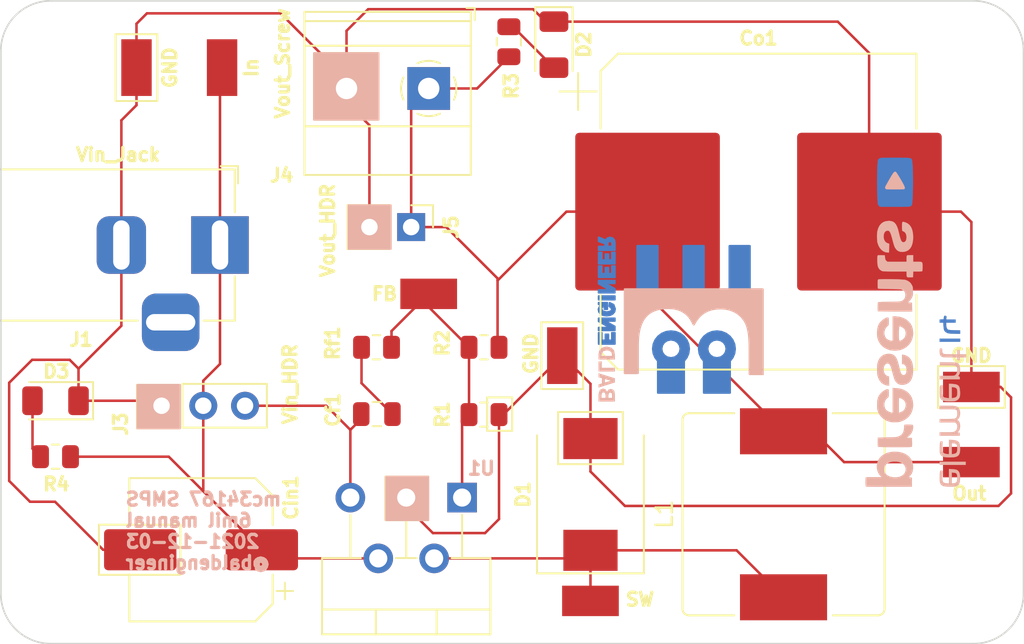
<source format=kicad_pcb>
(kicad_pcb (version 20171130) (host pcbnew "(5.1.10)-1")

  (general
    (thickness 1.6)
    (drawings 41)
    (tracks 103)
    (zones 0)
    (modules 30)
    (nets 10)
  )

  (page A4)
  (layers
    (0 F.Cu signal hide)
    (31 B.Cu signal hide)
    (32 B.Adhes user)
    (33 F.Adhes user)
    (34 B.Paste user)
    (35 F.Paste user)
    (36 B.SilkS user)
    (37 F.SilkS user)
    (38 B.Mask user)
    (39 F.Mask user)
    (40 Dwgs.User user)
    (41 Cmts.User user)
    (42 Eco1.User user)
    (43 Eco2.User user)
    (44 Edge.Cuts user)
    (45 Margin user)
    (46 B.CrtYd user)
    (47 F.CrtYd user)
    (48 B.Fab user hide)
    (49 F.Fab user hide)
  )

  (setup
    (last_trace_width 0.1524)
    (trace_clearance 0.1524)
    (zone_clearance 0.254)
    (zone_45_only no)
    (trace_min 0.1524)
    (via_size 0.8)
    (via_drill 0.4)
    (via_min_size 0.4)
    (via_min_drill 0.3)
    (uvia_size 0.3)
    (uvia_drill 0.1)
    (uvias_allowed no)
    (uvia_min_size 0.2)
    (uvia_min_drill 0.1)
    (edge_width 0.05)
    (segment_width 0.2)
    (pcb_text_width 0.3)
    (pcb_text_size 1.5 1.5)
    (mod_edge_width 0.12)
    (mod_text_size 0.8 0.8)
    (mod_text_width 0.2)
    (pad_size 1.524 1.524)
    (pad_drill 0.762)
    (pad_to_mask_clearance 0)
    (solder_mask_min_width 0.101)
    (aux_axis_origin 0 0)
    (visible_elements 7FFFFFFF)
    (pcbplotparams
      (layerselection 0x010fc_ffffffff)
      (usegerberextensions false)
      (usegerberattributes true)
      (usegerberadvancedattributes true)
      (creategerberjobfile true)
      (excludeedgelayer true)
      (linewidth 0.100000)
      (plotframeref false)
      (viasonmask false)
      (mode 1)
      (useauxorigin false)
      (hpglpennumber 1)
      (hpglpenspeed 20)
      (hpglpendiameter 15.000000)
      (psnegative false)
      (psa4output false)
      (plotreference true)
      (plotvalue true)
      (plotinvisibletext false)
      (padsonsilk false)
      (subtractmaskfromsilk false)
      (outputformat 1)
      (mirror false)
      (drillshape 1)
      (scaleselection 1)
      (outputdirectory ""))
  )

  (net 0 "")
  (net 1 "Net-(Cf1-Pad2)")
  (net 2 /Comp)
  (net 3 GND)
  (net 4 /Vin)
  (net 5 /Vout)
  (net 6 /SW)
  (net 7 /Fb)
  (net 8 "Net-(D2-Pad2)")
  (net 9 "Net-(D3-Pad2)")

  (net_class Default "This is the default net class."
    (clearance 0.1524)
    (trace_width 0.1524)
    (via_dia 0.8)
    (via_drill 0.4)
    (uvia_dia 0.3)
    (uvia_drill 0.1)
    (add_net /Comp)
    (add_net /Fb)
    (add_net /SW)
    (add_net /Vin)
    (add_net /Vout)
    (add_net GND)
    (add_net "Net-(Cf1-Pad2)")
    (add_net "Net-(D2-Pad2)")
    (add_net "Net-(D3-Pad2)")
  )

  (module "My Libraries:BE10v2" (layer B.Cu) (tedit 5FBC8857) (tstamp 61AAC747)
    (at 165.608 118.11 90)
    (descr "Imported from BE5.svg")
    (tags svg2mod)
    (attr virtual)
    (fp_text reference svg2mod (at 0 3.048 90) (layer B.SilkS) hide
      (effects (font (size 1.524 1.524) (thickness 0.3048)) (justify mirror))
    )
    (fp_text value G*** (at 0 -13.047999 90) (layer B.SilkS) hide
      (effects (font (size 1.524 1.524) (thickness 0.3048)) (justify mirror))
    )
    (fp_poly (pts (xy 9.4375 -9.590522) (xy 9.4375 -9.423126) (xy 9.5775 -9.423126) (xy 9.6775 -9.412825)
      (xy 9.7325 -9.369045) (xy 9.7575 -9.291785) (xy 9.7325 -9.2171) (xy 9.68 -9.175895)
      (xy 9.5725 -9.168169) (xy 9.4375 -9.168168) (xy 9.4375 -9.423126) (xy 9.4375 -9.590522)
      (xy 9.4375 -9.984547) (xy 9.21 -9.984547) (xy 9.21 -8.987895) (xy 9.635 -8.987895)
      (xy 9.825 -9.016224) (xy 9.9425 -9.119237) (xy 9.99 -9.286633) (xy 9.948437 -9.440509)
      (xy 9.8225 -9.544166) (xy 10 -9.984547) (xy 9.75 -9.984547) (xy 9.6025 -9.590522)
      (xy 9.4375 -9.590522)) (layer B.Mask) (width 0.095901))
    (fp_poly (pts (xy 9.075 -9.178469) (xy 8.615 -9.178469) (xy 8.615 -9.38192) (xy 8.975 -9.38192)
      (xy 8.975 -9.569919) (xy 8.6125 -9.569919) (xy 8.6125 -9.786247) (xy 9.075 -9.786247)
      (xy 9.075 -9.984547) (xy 8.385 -9.984547) (xy 8.385 -8.987895) (xy 9.075 -8.987895)
      (xy 9.075 -9.178469)) (layer B.Mask) (width 0.095901))
    (fp_poly (pts (xy 8.2475 -9.178469) (xy 7.7875 -9.178469) (xy 7.7875 -9.38192) (xy 8.15 -9.38192)
      (xy 8.15 -9.569919) (xy 7.7875 -9.569919) (xy 7.7875 -9.786247) (xy 8.2475 -9.786247)
      (xy 8.2475 -9.984547) (xy 7.5575 -9.984547) (xy 7.5575 -8.987895) (xy 8.2475 -8.987895)
      (xy 8.2475 -9.178469)) (layer B.Mask) (width 0.095901))
    (fp_poly (pts (xy 7.3625 -8.99047) (xy 7.3625 -9.987123) (xy 7.17 -9.987123) (xy 6.7925 -9.314962)
      (xy 6.794987 -9.348441) (xy 6.797474 -9.392222) (xy 6.797474 -9.989698) (xy 6.619974 -9.989698)
      (xy 6.619974 -8.993046) (xy 6.864974 -8.993046) (xy 7.194974 -9.580221) (xy 7.189973 -9.513262)
      (xy 7.189973 -8.993046) (xy 7.362473 -8.993046) (xy 7.3625 -8.99047)) (layer B.Mask) (width 0.095901))
    (fp_poly (pts (xy 6.4225 -8.99047) (xy 6.4225 -9.987123) (xy 6.1975 -9.987123) (xy 6.1975 -8.99047)
      (xy 6.4225 -8.99047)) (layer B.Mask) (width 0.095901))
    (fp_poly (pts (xy 6.02 -9.454029) (xy 6.02 -9.987123) (xy 5.9175 -9.987123) (xy 5.885 -9.871233)
      (xy 5.62 -9.999999) (xy 5.451875 -9.965232) (xy 5.325 -9.860931) (xy 5.24625 -9.700939)
      (xy 5.22 -9.500386) (xy 5.248125 -9.285346) (xy 5.3325 -9.116662) (xy 5.465312 -9.00882)
      (xy 5.6375 -8.972443) (xy 5.8975 -9.065155) (xy 6.0175 -9.314962) (xy 5.8025 -9.34329)
      (xy 5.635 -9.163017) (xy 5.495 -9.248003) (xy 5.4475 -9.492659) (xy 5.4975 -9.727014)
      (xy 5.6425 -9.806849) (xy 5.75 -9.765644) (xy 5.7975 -9.634303) (xy 5.615 -9.634303)
      (xy 5.615 -9.448879) (xy 6.02 -9.448879) (xy 6.02 -9.454029)) (layer B.Mask) (width 0.095901))
    (fp_poly (pts (xy 5.07 -8.99047) (xy 5.07 -9.987123) (xy 4.8775 -9.987123) (xy 4.5 -9.312387)
      (xy 4.502487 -9.345866) (xy 4.504974 -9.389646) (xy 4.504974 -9.987123) (xy 4.327474 -9.987123)
      (xy 4.327474 -8.99047) (xy 4.572474 -8.99047) (xy 4.902474 -9.577645) (xy 4.897473 -9.510687)
      (xy 4.897473 -8.99047) (xy 5.07 -8.99047)) (layer B.Mask) (width 0.095901))
    (fp_poly (pts (xy 4.19 -9.178469) (xy 3.73 -9.178469) (xy 3.73 -9.38192) (xy 4.0925 -9.38192)
      (xy 4.0925 -9.569919) (xy 3.73 -9.569919) (xy 3.73 -9.786247) (xy 4.19 -9.786247)
      (xy 4.19 -9.984547) (xy 3.5 -9.984547) (xy 3.5 -8.987895) (xy 4.19 -8.987895)
      (xy 4.19 -9.178469)) (layer B.Mask) (width 0.095901))
    (fp_poly (pts (xy 3.21 -1.689415) (xy 2.687226 -2.555289) (xy 2.809062 -2.368658) (xy 2.989492 -2.242869)
      (xy 3.21 -2.196755) (xy 3.431562 -2.242869) (xy 3.611875 -2.368658) (xy 3.733125 -2.555289)
      (xy 3.7775 -2.78393) (xy 3.733125 -3.011082) (xy 3.611875 -3.196948) (xy 3.431562 -3.322455)
      (xy 3.21 -3.368529) (xy 2.988437 -3.322455) (xy 2.808125 -3.196948) (xy 2.686875 -3.011082)
      (xy 2.6425 -2.78393) (xy 2.687226 -2.555289) (xy 3.21 -1.689415) (xy 2.933796 -1.727091)
      (xy 2.68537 -1.832871) (xy 2.4725 -1.995879) (xy 0.5375 -1.995879) (xy 0.5375 -3.57198)
      (xy 2.4725 -3.57198) (xy 2.684259 -3.736134) (xy 2.933241 -3.841341) (xy 3.21 -3.878444)
      (xy 3.492697 -3.839397) (xy 3.746574 -3.729171) (xy 3.961562 -3.558138) (xy 4.127592 -3.336672)
      (xy 4.234595 -3.075145) (xy 4.2725 -2.78393) (xy 4.234595 -2.492715) (xy 4.127592 -2.231188)
      (xy 3.961562 -2.009722) (xy 3.746574 -1.838689) (xy 3.492697 -1.728463) (xy 3.21 -1.689415)) (layer B.Mask) (width 0.134262))
    (fp_poly (pts (xy 6.83 -6.39454) (xy 9.465 -6.39454) (xy 9.465 -7.617821) (xy 6.83 -7.617821)
      (xy 6.83 -6.39454)) (layer B.Mask) (width 0.134262))
    (fp_poly (pts (xy 6.83 -3.587432) (xy 9.465 -3.587432) (xy 9.465 -4.810713) (xy 6.83 -4.810713)
      (xy 6.83 -3.587432)) (layer B.Mask) (width 0.134262))
    (fp_poly (pts (xy 6.83 -0.788051) (xy 9.465 -0.788051) (xy 9.465 -2.011331) (xy 6.83 -2.011331)
      (xy 6.83 -0.788051)) (layer B.Mask) (width 0.134262))
    (fp_poly (pts (xy 3.21 -4.483646) (xy 2.687226 -5.349923) (xy 2.809062 -5.164177) (xy 2.989492 -5.039274)
      (xy 3.21 -4.993561) (xy 3.431562 -5.039636) (xy 3.611875 -5.165143) (xy 3.733125 -5.351009)
      (xy 3.7775 -5.578161) (xy 3.733125 -5.806802) (xy 3.611875 -5.993433) (xy 3.431562 -6.119221)
      (xy 3.21 -6.165336) (xy 2.988437 -6.119221) (xy 2.808125 -5.993433) (xy 2.686875 -5.806802)
      (xy 2.6425 -5.578161) (xy 2.687226 -5.349923) (xy 3.21 -4.483646) (xy 2.933796 -4.521323)
      (xy 2.68537 -4.627102) (xy 2.4725 -4.790111) (xy 0.5375 -4.790111) (xy 0.5375 -6.366211)
      (xy 2.4725 -6.366211) (xy 2.684259 -6.530365) (xy 2.933241 -6.635572) (xy 3.21 -6.672675)
      (xy 3.492697 -6.633628) (xy 3.746574 -6.523402) (xy 3.961562 -6.352369) (xy 4.127592 -6.130903)
      (xy 4.234595 -5.869376) (xy 4.2725 -5.578161) (xy 4.234595 -5.286946) (xy 4.127592 -5.025419)
      (xy 3.961562 -4.803953) (xy 3.746574 -4.63292) (xy 3.492697 -4.522694) (xy 3.21 -4.483646)) (layer B.Mask) (width 0.134262))
    (fp_poly (pts (xy 2.5575 -8.990473) (xy 2.78 -9.173321) (xy 2.78 -9.799126) (xy 2.8725 -9.799126)
      (xy 3.0575 -9.703839) (xy 3.1175 -9.479785) (xy 3.0825 -9.312389) (xy 2.9975 -9.204225)
      (xy 2.875 -9.173321) (xy 2.78 -9.173321) (xy 2.5575 -8.990473) (xy 2.8525 -8.990473)
      (xy 3.1225 -9.041979) (xy 3.28 -9.204225) (xy 3.35 -9.484936) (xy 3.319687 -9.681305)
      (xy 3.2275 -9.842906) (xy 3.08125 -9.950748) (xy 2.89 -9.987125) (xy 2.5575 -9.987125)
      (xy 2.5575 -8.990473)) (layer B.SilkS) (width 0))
    (fp_poly (pts (xy 2.0575 -9.788824) (xy 2.4425 -9.788824) (xy 2.4425 -9.987125) (xy 1.8275 -9.987125)
      (xy 1.8275 -8.990473) (xy 2.0575 -8.990473) (xy 2.0575 -9.788824)) (layer B.SilkS) (width 0))
    (fp_poly (pts (xy 1.42 -8.990473) (xy 1.3675 -9.59825) (xy 1.265 -9.248005) (xy 1.1625 -9.59825)
      (xy 1.3675 -9.59825) (xy 1.42 -8.990473) (xy 1.7225 -9.987125) (xy 1.48 -9.987125)
      (xy 1.42 -9.781098) (xy 1.1075 -9.781098) (xy 1.0475 -9.987125) (xy 0.85 -9.987125)
      (xy 1.16 -8.990473) (xy 1.42 -8.990473)) (layer B.SilkS) (width 0))
    (fp_poly (pts (xy 0 -8.990473) (xy 0.225 -9.165595) (xy 0.225 -9.384498) (xy 0.3975 -9.384498)
      (xy 0.5175 -9.345868) (xy 0.5425 -9.271183) (xy 0.5225 -9.2068) (xy 0.4775 -9.173321)
      (xy 0.3825 -9.165595) (xy 0.225 -9.165595) (xy 0 -8.990473) (xy 0.225 -9.562196)
      (xy 0.225 -9.801701) (xy 0.4 -9.801701) (xy 0.525 -9.770797) (xy 0.5625 -9.680661)
      (xy 0.5275 -9.59825) (xy 0.41 -9.562196) (xy 0.225 -9.562196) (xy 0 -8.990473)
      (xy 0.45 -8.990473) (xy 0.6325 -9.021377) (xy 0.7325 -9.108938) (xy 0.7725 -9.248005)
      (xy 0.729062 -9.385786) (xy 0.5975 -9.469484) (xy 0.7475 -9.562196) (xy 0.7975 -9.71414)
      (xy 0.715 -9.90729) (xy 0.4475 -9.9897) (xy 0 -9.9897) (xy 0 -8.990473)) (layer B.SilkS) (width 0))
    (fp_poly (pts (xy 5.157499 -7.146537) (xy 4.960844 -7.284544) (xy 4.730925 -7.397298) (xy 4.467812 -7.484871)
      (xy 4.171574 -7.547335) (xy 3.84228 -7.58476) (xy 3.48 -7.59722) (xy 1.735 -7.59722)
      (xy 1.735 -8.38527) (xy 6.829999 -8.38527) (xy 6.829999 0) (xy 1.675 0)
      (xy 1.675 -0.788051) (xy 3.2375 -0.788051) (xy 3.54457 -0.792839) (xy 3.820937 -0.807044)
      (xy 4.066835 -0.830423) (xy 4.282499 -0.862735) (xy 4.534351 -0.921872) (xy 4.750648 -1.00104)
      (xy 4.932499 -1.099665) (xy 5.155833 -1.272308) (xy 5.340833 -1.476426) (xy 5.487499 -1.712594)
      (xy 5.593425 -1.973656) (xy 5.656573 -2.257609) (xy 5.677499 -2.565027) (xy 5.662538 -2.838696)
      (xy 5.617812 -3.09136) (xy 5.543554 -3.322295) (xy 5.439999 -3.530776) (xy 5.30457 -3.721511)
      (xy 5.134687 -3.895828) (xy 4.930585 -4.053728) (xy 4.692499 -4.195211) (xy 4.932499 -4.316492)
      (xy 5.138749 -4.456606) (xy 5.311249 -4.616035) (xy 5.449999 -4.795262) (xy 5.556835 -4.996218)
      (xy 5.633437 -5.220835) (xy 5.67957 -5.469596) (xy 5.694999 -5.742983) (xy 5.681053 -6.046001)
      (xy 5.636759 -6.321478) (xy 5.562187 -6.569342) (xy 5.457407 -6.78952) (xy 5.322488 -6.981943)
      (xy 5.157499 -7.146537)) (layer B.SilkS) (width 0.134262))
    (fp_poly (pts (xy 9.4375 -9.590522) (xy 9.4375 -9.423126) (xy 9.5775 -9.423126) (xy 9.6775 -9.412825)
      (xy 9.7325 -9.369045) (xy 9.7575 -9.291785) (xy 9.7325 -9.2171) (xy 9.68 -9.175895)
      (xy 9.5725 -9.168169) (xy 9.4375 -9.168168) (xy 9.4375 -9.423126) (xy 9.4375 -9.590522)
      (xy 9.4375 -9.984547) (xy 9.21 -9.984547) (xy 9.21 -8.987895) (xy 9.635 -8.987895)
      (xy 9.825 -9.016224) (xy 9.9425 -9.119237) (xy 9.99 -9.286633) (xy 9.948437 -9.440509)
      (xy 9.8225 -9.544166) (xy 10 -9.984547) (xy 9.75 -9.984547) (xy 9.6025 -9.590522)
      (xy 9.4375 -9.590522)) (layer B.Cu) (width 0.095901))
    (fp_poly (pts (xy 9.075 -9.178469) (xy 8.615 -9.178469) (xy 8.615 -9.38192) (xy 8.975 -9.38192)
      (xy 8.975 -9.569919) (xy 8.6125 -9.569919) (xy 8.6125 -9.786247) (xy 9.075 -9.786247)
      (xy 9.075 -9.984547) (xy 8.385 -9.984547) (xy 8.385 -8.987895) (xy 9.075 -8.987895)
      (xy 9.075 -9.178469)) (layer B.Cu) (width 0.095901))
    (fp_poly (pts (xy 8.2475 -9.178469) (xy 7.7875 -9.178469) (xy 7.7875 -9.38192) (xy 8.15 -9.38192)
      (xy 8.15 -9.569919) (xy 7.7875 -9.569919) (xy 7.7875 -9.786247) (xy 8.2475 -9.786247)
      (xy 8.2475 -9.984547) (xy 7.5575 -9.984547) (xy 7.5575 -8.987895) (xy 8.2475 -8.987895)
      (xy 8.2475 -9.178469)) (layer B.Cu) (width 0.095901))
    (fp_poly (pts (xy 7.3625 -8.99047) (xy 7.3625 -9.987123) (xy 7.17 -9.987123) (xy 6.7925 -9.314962)
      (xy 6.794987 -9.348441) (xy 6.797474 -9.392222) (xy 6.797474 -9.989698) (xy 6.619974 -9.989698)
      (xy 6.619974 -8.993046) (xy 6.864974 -8.993046) (xy 7.194974 -9.580221) (xy 7.189973 -9.513262)
      (xy 7.189973 -8.993046) (xy 7.362473 -8.993046) (xy 7.3625 -8.99047)) (layer B.Cu) (width 0.095901))
    (fp_poly (pts (xy 6.4225 -8.99047) (xy 6.4225 -9.987123) (xy 6.1975 -9.987123) (xy 6.1975 -8.99047)
      (xy 6.4225 -8.99047)) (layer B.Cu) (width 0.095901))
    (fp_poly (pts (xy 6.02 -9.454029) (xy 6.02 -9.987123) (xy 5.9175 -9.987123) (xy 5.885 -9.871233)
      (xy 5.62 -9.999999) (xy 5.451875 -9.965232) (xy 5.325 -9.860931) (xy 5.24625 -9.700939)
      (xy 5.22 -9.500386) (xy 5.248125 -9.285346) (xy 5.3325 -9.116662) (xy 5.465312 -9.00882)
      (xy 5.6375 -8.972443) (xy 5.8975 -9.065155) (xy 6.0175 -9.314962) (xy 5.8025 -9.34329)
      (xy 5.635 -9.163017) (xy 5.495 -9.248003) (xy 5.4475 -9.492659) (xy 5.4975 -9.727014)
      (xy 5.6425 -9.806849) (xy 5.75 -9.765644) (xy 5.7975 -9.634303) (xy 5.615 -9.634303)
      (xy 5.615 -9.448879) (xy 6.02 -9.448879) (xy 6.02 -9.454029)) (layer B.Cu) (width 0.095901))
    (fp_poly (pts (xy 5.07 -8.99047) (xy 5.07 -9.987123) (xy 4.8775 -9.987123) (xy 4.5 -9.312387)
      (xy 4.502487 -9.345866) (xy 4.504974 -9.389646) (xy 4.504974 -9.987123) (xy 4.327474 -9.987123)
      (xy 4.327474 -8.99047) (xy 4.572474 -8.99047) (xy 4.902474 -9.577645) (xy 4.897473 -9.510687)
      (xy 4.897473 -8.99047) (xy 5.07 -8.99047)) (layer B.Cu) (width 0.095901))
    (fp_poly (pts (xy 4.19 -9.178469) (xy 3.73 -9.178469) (xy 3.73 -9.38192) (xy 4.0925 -9.38192)
      (xy 4.0925 -9.569919) (xy 3.73 -9.569919) (xy 3.73 -9.786247) (xy 4.19 -9.786247)
      (xy 4.19 -9.984547) (xy 3.5 -9.984547) (xy 3.5 -8.987895) (xy 4.19 -8.987895)
      (xy 4.19 -9.178469)) (layer B.Cu) (width 0.095901))
    (fp_poly (pts (xy 3.21 -1.689415) (xy 2.687226 -2.555289) (xy 2.809062 -2.368658) (xy 2.989492 -2.242869)
      (xy 3.21 -2.196755) (xy 3.431562 -2.242869) (xy 3.611875 -2.368658) (xy 3.733125 -2.555289)
      (xy 3.7775 -2.78393) (xy 3.733125 -3.011082) (xy 3.611875 -3.196948) (xy 3.431562 -3.322455)
      (xy 3.21 -3.368529) (xy 2.988437 -3.322455) (xy 2.808125 -3.196948) (xy 2.686875 -3.011082)
      (xy 2.6425 -2.78393) (xy 2.687226 -2.555289) (xy 3.21 -1.689415) (xy 2.933796 -1.727091)
      (xy 2.68537 -1.832871) (xy 2.4725 -1.995879) (xy 0.5375 -1.995879) (xy 0.5375 -3.57198)
      (xy 2.4725 -3.57198) (xy 2.684259 -3.736134) (xy 2.933241 -3.841341) (xy 3.21 -3.878444)
      (xy 3.492697 -3.839397) (xy 3.746574 -3.729171) (xy 3.961562 -3.558138) (xy 4.127592 -3.336672)
      (xy 4.234595 -3.075145) (xy 4.2725 -2.78393) (xy 4.234595 -2.492715) (xy 4.127592 -2.231188)
      (xy 3.961562 -2.009722) (xy 3.746574 -1.838689) (xy 3.492697 -1.728463) (xy 3.21 -1.689415)) (layer B.Cu) (width 0.134262))
    (fp_poly (pts (xy 6.83 -6.39454) (xy 9.465 -6.39454) (xy 9.465 -7.617821) (xy 6.83 -7.617821)
      (xy 6.83 -6.39454)) (layer B.Cu) (width 0.134262))
    (fp_poly (pts (xy 6.83 -3.587432) (xy 9.465 -3.587432) (xy 9.465 -4.810713) (xy 6.83 -4.810713)
      (xy 6.83 -3.587432)) (layer B.Cu) (width 0.134262))
    (fp_poly (pts (xy 6.83 -0.788051) (xy 9.465 -0.788051) (xy 9.465 -2.011331) (xy 6.83 -2.011331)
      (xy 6.83 -0.788051)) (layer B.Cu) (width 0.134262))
    (fp_poly (pts (xy 3.21 -4.483646) (xy 2.687226 -5.349923) (xy 2.809062 -5.164177) (xy 2.989492 -5.039274)
      (xy 3.21 -4.993561) (xy 3.431562 -5.039636) (xy 3.611875 -5.165143) (xy 3.733125 -5.351009)
      (xy 3.7775 -5.578161) (xy 3.733125 -5.806802) (xy 3.611875 -5.993433) (xy 3.431562 -6.119221)
      (xy 3.21 -6.165336) (xy 2.988437 -6.119221) (xy 2.808125 -5.993433) (xy 2.686875 -5.806802)
      (xy 2.6425 -5.578161) (xy 2.687226 -5.349923) (xy 3.21 -4.483646) (xy 2.933796 -4.521323)
      (xy 2.68537 -4.627102) (xy 2.4725 -4.790111) (xy 0.5375 -4.790111) (xy 0.5375 -6.366211)
      (xy 2.4725 -6.366211) (xy 2.684259 -6.530365) (xy 2.933241 -6.635572) (xy 3.21 -6.672675)
      (xy 3.492697 -6.633628) (xy 3.746574 -6.523402) (xy 3.961562 -6.352369) (xy 4.127592 -6.130903)
      (xy 4.234595 -5.869376) (xy 4.2725 -5.578161) (xy 4.234595 -5.286946) (xy 4.127592 -5.025419)
      (xy 3.961562 -4.803953) (xy 3.746574 -4.63292) (xy 3.492697 -4.522694) (xy 3.21 -4.483646)) (layer B.Cu) (width 0.134262))
  )

  (module "e14 Presents KiCad Footprints:e14presents logo 20mm silk and copper v1" (layer B.Cu) (tedit 61AEF8DF) (tstamp 61AAC17D)
    (at 175.514 114.086019 90)
    (fp_text reference Ref** (at 0 0 90) (layer B.SilkS) hide
      (effects (font (size 1.27 1.27) (thickness 0.15)) (justify mirror))
    )
    (fp_text value Val** (at 0 0 90) (layer B.SilkS) hide
      (effects (font (size 1.27 1.27) (thickness 0.15)) (justify mirror))
    )
    (fp_poly (pts (xy -1.147233 2.087033) (xy -0.893233 2.087033) (xy -0.893233 1.938866) (xy -1.151129 1.938866)
      (xy -1.143889 1.526677) (xy -1.141156 1.384313) (xy -1.13818 1.278083) (xy -1.134231 1.201791)
      (xy -1.128582 1.149241) (xy -1.120502 1.114236) (xy -1.109264 1.09058) (xy -1.094138 1.072076)
      (xy -1.089918 1.067783) (xy -1.050672 1.038911) (xy -0.997994 1.024209) (xy -0.920585 1.019598)
      (xy -0.851611 1.017597) (xy -0.814223 1.010264) (xy -0.797673 0.992401) (xy -0.791214 0.958807)
      (xy -0.790997 0.956913) (xy -0.794842 0.905511) (xy -0.812163 0.877862) (xy -0.859569 0.864)
      (xy -0.933803 0.858944) (xy -1.020442 0.861984) (xy -1.105063 0.872409) (xy -1.173245 0.88951)
      (xy -1.189566 0.896441) (xy -1.235417 0.922833) (xy -1.270791 0.954202) (xy -1.297023 0.996069)
      (xy -1.315444 1.053954) (xy -1.327386 1.133377) (xy -1.334183 1.239859) (xy -1.337165 1.37892)
      (xy -1.3377 1.510241) (xy -1.337733 1.938866) (xy -1.4224 1.938866) (xy -1.476609 1.941109)
      (xy -1.5007 1.954957) (xy -1.506877 1.99109) (xy -1.507066 2.01295) (xy -1.504503 2.060383)
      (xy -1.488677 2.081462) (xy -1.447383 2.086868) (xy -1.4224 2.087033) (xy -1.337733 2.087033)
      (xy -1.337733 2.468033) (xy -1.147233 2.468033) (xy -1.147233 2.087033)) (layer B.SilkS) (width 0.01))
    (fp_poly (pts (xy -1.997033 2.103511) (xy -1.86585 2.083879) (xy -1.768859 2.044988) (xy -1.701536 1.984696)
      (xy -1.68205 1.954383) (xy -1.669885 1.927198) (xy -1.660409 1.891852) (xy -1.653186 1.842714)
      (xy -1.647783 1.774152) (xy -1.643763 1.680535) (xy -1.640694 1.556231) (xy -1.638139 1.395607)
      (xy -1.637973 1.383241) (xy -1.631297 0.880533) (xy -1.824566 0.880533) (xy -1.824566 1.31513)
      (xy -1.825581 1.494092) (xy -1.830007 1.63521) (xy -1.839916 1.742955) (xy -1.857381 1.821794)
      (xy -1.884474 1.876197) (xy -1.923266 1.910633) (xy -1.975831 1.92957) (xy -2.04424 1.937478)
      (xy -2.113787 1.938866) (xy -2.240549 1.924119) (xy -2.342045 1.881243) (xy -2.413662 1.812288)
      (xy -2.419653 1.802977) (xy -2.43316 1.777003) (xy -2.443247 1.745395) (xy -2.450402 1.701964)
      (xy -2.455115 1.640518) (xy -2.457874 1.554866) (xy -2.459169 1.438819) (xy -2.459487 1.298575)
      (xy -2.459566 0.859366) (xy -2.671233 0.859366) (xy -2.671233 2.087033) (xy -2.588861 2.087033)
      (xy -2.533051 2.082771) (xy -2.505177 2.064898) (xy -2.493403 2.034895) (xy -2.480318 1.982758)
      (xy -2.405104 2.033799) (xy -2.307711 2.080185) (xy -2.183514 2.103805) (xy -2.027957 2.105438)
      (xy -1.997033 2.103511)) (layer B.SilkS) (width 0.01))
    (fp_poly (pts (xy -3.421161 2.103976) (xy -3.305795 2.094548) (xy -3.20564 2.078809) (xy -3.13372 2.057449)
      (xy -3.130552 2.055987) (xy -3.061773 2.010281) (xy -3.011673 1.944416) (xy -2.977742 1.852538)
      (xy -2.957466 1.728791) (xy -2.950831 1.637241) (xy -2.94074 1.430866) (xy -3.819111 1.430866)
      (xy -3.804268 1.309158) (xy -3.789752 1.212703) (xy -3.769159 1.140891) (xy -3.736711 1.090364)
      (xy -3.686629 1.057763) (xy -3.613135 1.039727) (xy -3.510452 1.032899) (xy -3.3728 1.033919)
      (xy -3.332691 1.034993) (xy -3.031066 1.043702) (xy -3.031066 0.974965) (xy -3.043076 0.914219)
      (xy -3.068108 0.891101) (xy -3.116659 0.880626) (xy -3.197083 0.873034) (xy -3.299019 0.868352)
      (xy -3.412103 0.866605) (xy -3.525973 0.867818) (xy -3.630266 0.872018) (xy -3.71462 0.87923)
      (xy -3.768326 0.889365) (xy -3.855655 0.926285) (xy -3.914592 0.975734) (xy -3.95581 1.049076)
      (xy -3.977228 1.1118) (xy -3.994319 1.196862) (xy -4.005909 1.310198) (xy -4.011852 1.439122)
      (xy -4.012002 1.570947) (xy -4.010614 1.6002) (xy -3.816827 1.6002) (xy -3.1364 1.6002)
      (xy -3.148951 1.690158) (xy -3.168485 1.790875) (xy -3.198854 1.860732) (xy -3.247065 1.905035)
      (xy -3.320127 1.929093) (xy -3.425046 1.938213) (xy -3.477347 1.938866) (xy -3.59821 1.932743)
      (xy -3.684596 1.911205) (xy -3.742997 1.8695) (xy -3.779905 1.802876) (xy -3.801812 1.706581)
      (xy -3.802652 1.700741) (xy -3.816827 1.6002) (xy -4.010614 1.6002) (xy -4.006211 1.692986)
      (xy -3.994333 1.792552) (xy -3.985553 1.831755) (xy -3.93448 1.938297) (xy -3.852755 2.024496)
      (xy -3.749944 2.080842) (xy -3.728288 2.087532) (xy -3.645432 2.101156) (xy -3.538715 2.106408)
      (xy -3.421161 2.103976)) (layer B.SilkS) (width 0.01))
    (fp_poly (pts (xy -4.628211 2.100814) (xy -4.512311 2.069135) (xy -4.415009 2.015025) (xy -4.359109 1.958395)
      (xy -4.334464 1.918246) (xy -4.315411 1.87009) (xy -4.301276 1.808272) (xy -4.291385 1.727139)
      (xy -4.285061 1.621033) (xy -4.281632 1.484301) (xy -4.280423 1.311287) (xy -4.280405 1.298575)
      (xy -4.2799 0.859366) (xy -4.491566 0.859366) (xy -4.491566 1.343855) (xy -4.491747 1.515097)
      (xy -4.493507 1.648781) (xy -4.498669 1.749683) (xy -4.50906 1.822579) (xy -4.526503 1.872242)
      (xy -4.552824 1.90345) (xy -4.589848 1.920976) (xy -4.639398 1.929596) (xy -4.7033 1.934085)
      (xy -4.717416 1.934877) (xy -4.837417 1.934186) (xy -4.927765 1.915843) (xy -4.942975 1.910016)
      (xy -4.985983 1.888773) (xy -5.019334 1.861844) (xy -5.044235 1.823966) (xy -5.061893 1.769876)
      (xy -5.073515 1.69431) (xy -5.080307 1.592004) (xy -5.083477 1.457694) (xy -5.084233 1.293963)
      (xy -5.084233 0.859366) (xy -5.2959 0.859366) (xy -5.2959 1.815123) (xy -5.357772 1.876995)
      (xy -5.398974 1.912787) (xy -5.441079 1.931403) (xy -5.500344 1.938211) (xy -5.545141 1.938866)
      (xy -5.669282 1.922953) (xy -5.766491 1.874755) (xy -5.838008 1.793585) (xy -5.851492 1.769111)
      (xy -5.864558 1.737528) (xy -5.874216 1.697921) (xy -5.880953 1.643854) (xy -5.885253 1.568887)
      (xy -5.887601 1.466583) (xy -5.888482 1.330504) (xy -5.888534 1.277408) (xy -5.888566 0.859366)
      (xy -6.100233 0.859366) (xy -6.100233 2.087033) (xy -6.004983 2.087033) (xy -5.946455 2.085405)
      (xy -5.918739 2.074717) (xy -5.910317 2.046262) (xy -5.909733 2.015041) (xy -5.909733 1.943049)
      (xy -5.844567 2.003923) (xy -5.763463 2.060473) (xy -5.662055 2.094098) (xy -5.532168 2.107237)
      (xy -5.496983 2.107617) (xy -5.386907 2.097146) (xy -5.288609 2.069031) (xy -5.212123 2.027292)
      (xy -5.167481 1.975951) (xy -5.167251 1.97545) (xy -5.14439 1.925276) (xy -5.076277 1.99339)
      (xy -4.986742 2.05635) (xy -4.875503 2.094913) (xy -4.752634 2.109571) (xy -4.628211 2.100814)) (layer B.SilkS) (width 0.01))
    (fp_poly (pts (xy -6.822696 2.103649) (xy -6.675178 2.09019) (xy -6.562659 2.062792) (xy -6.4803 2.016473)
      (xy -6.423261 1.946251) (xy -6.386704 1.847145) (xy -6.365788 1.714174) (xy -6.3593 1.626658)
      (xy -6.348465 1.430866) (xy -7.222066 1.430866) (xy -7.221562 1.362075) (xy -7.208992 1.242543)
      (xy -7.175348 1.143228) (xy -7.123947 1.073919) (xy -7.123945 1.073917) (xy -7.099581 1.054458)
      (xy -7.074207 1.041057) (xy -7.040161 1.032829) (xy -6.989779 1.028887) (xy -6.9154 1.028347)
      (xy -6.809362 1.030322) (xy -6.757712 1.031584) (xy -6.449483 1.039283) (xy -6.443057 0.973257)
      (xy -6.442372 0.940583) (xy -6.45129 0.91636) (xy -6.475344 0.89905) (xy -6.520069 0.887119)
      (xy -6.590999 0.879031) (xy -6.693668 0.873249) (xy -6.8199 0.86868) (xy -6.950617 0.8658)
      (xy -7.0474 0.867234) (xy -7.118476 0.873484) (xy -7.17207 0.885052) (xy -7.190316 0.891227)
      (xy -7.268047 0.929572) (xy -7.327312 0.982274) (xy -7.370214 1.054617) (xy -7.398857 1.15188)
      (xy -7.415342 1.279347) (xy -7.421773 1.442299) (xy -7.422015 1.4732) (xy -7.418469 1.6002)
      (xy -7.226873 1.6002) (xy -6.5659 1.6002) (xy -6.5659 1.704853) (xy -6.572746 1.784684)
      (xy -6.597266 1.843006) (xy -6.616983 1.868894) (xy -6.645686 1.898429) (xy -6.676959 1.916767)
      (xy -6.722029 1.927186) (xy -6.792122 1.932961) (xy -6.844525 1.935311) (xy -6.974036 1.935042)
      (xy -7.068742 1.919799) (xy -7.134684 1.885729) (xy -7.177905 1.828978) (xy -7.204446 1.745691)
      (xy -7.212237 1.700741) (xy -7.226873 1.6002) (xy -7.418469 1.6002) (xy -7.416839 1.658559)
      (xy -7.397358 1.806502) (xy -7.360283 1.920492) (xy -7.302325 2.003986) (xy -7.220193 2.060446)
      (xy -7.1106 2.093331) (xy -6.970255 2.106103) (xy -6.822696 2.103649)) (layer B.SilkS) (width 0.01))
    (fp_poly (pts (xy -7.687733 0.859366) (xy -7.878233 0.859366) (xy -7.878233 2.446866) (xy -7.687733 2.446866)
      (xy -7.687733 0.859366)) (layer B.SilkS) (width 0.01))
    (fp_poly (pts (xy -8.548046 2.102921) (xy -8.408686 2.081314) (xy -8.301843 2.038812) (xy -8.224794 1.974338)
      (xy -8.175182 1.887773) (xy -8.163348 1.83918) (xy -8.151621 1.761828) (xy -8.141898 1.669253)
      (xy -8.138829 1.628481) (xy -8.125848 1.430866) (xy -9.006188 1.430866) (xy -8.993351 1.2934)
      (xy -8.981745 1.201012) (xy -8.962847 1.132126) (xy -8.931081 1.083655) (xy -8.880865 1.05251)
      (xy -8.806622 1.035606) (xy -8.702773 1.029852) (xy -8.563739 1.032162) (xy -8.523941 1.033595)
      (xy -8.240234 1.044421) (xy -8.226553 0.98213) (xy -8.219733 0.935118) (xy -8.222581 0.91013)
      (xy -8.259929 0.893867) (xy -8.330362 0.880756) (xy -8.424733 0.871045) (xy -8.533893 0.864981)
      (xy -8.648693 0.862813) (xy -8.759985 0.864787) (xy -8.858622 0.871153) (xy -8.935455 0.882157)
      (xy -8.964426 0.890033) (xy -9.041539 0.924996) (xy -9.100693 0.97156) (xy -9.143993 1.035099)
      (xy -9.173545 1.120987) (xy -9.191454 1.234598) (xy -9.199826 1.381308) (xy -9.20115 1.494366)
      (xy -9.20072 1.6002) (xy -9.000066 1.6002) (xy -8.338658 1.6002) (xy -8.348416 1.717874)
      (xy -8.361519 1.806209) (xy -8.388226 1.86663) (xy -8.435542 1.904627) (xy -8.51047 1.925692)
      (xy -8.620015 1.935316) (xy -8.626115 1.935578) (xy -8.757283 1.935312) (xy -8.853304 1.920584)
      (xy -8.919518 1.889296) (xy -8.961265 1.839353) (xy -8.97732 1.797682) (xy -8.992433 1.728275)
      (xy -8.99981 1.66503) (xy -8.999948 1.658408) (xy -9.000066 1.6002) (xy -9.20072 1.6002)
      (xy -9.200652 1.616678) (xy -9.198397 1.705555) (xy -9.193241 1.769893) (xy -9.18404 1.818588)
      (xy -9.169651 1.860534) (xy -9.14893 1.904627) (xy -9.148233 1.906008) (xy -9.100943 1.981842)
      (xy -9.04274 2.03604) (xy -8.965968 2.072178) (xy -8.86297 2.09383) (xy -8.726091 2.104572)
      (xy -8.722645 2.104712) (xy -8.548046 2.102921)) (layer B.SilkS) (width 0.01))
    (fp_poly (pts (xy 9.019374 -1.264357) (xy 9.082776 -1.28659) (xy 9.166936 -1.32574) (xy 9.276111 -1.383455)
      (xy 9.414556 -1.461381) (xy 9.49903 -1.510147) (xy 9.635505 -1.590772) (xy 9.752876 -1.662871)
      (xy 9.846952 -1.723708) (xy 9.91354 -1.770543) (xy 9.948447 -1.800639) (xy 9.952137 -1.806044)
      (xy 9.962237 -1.838238) (xy 9.959972 -1.869227) (xy 9.941756 -1.902063) (xy 9.904004 -1.939796)
      (xy 9.843129 -1.985478) (xy 9.755548 -2.04216) (xy 9.637675 -2.112895) (xy 9.493525 -2.196374)
      (xy 9.369033 -2.267286) (xy 9.25513 -2.331196) (xy 9.157473 -2.385008) (xy 9.081719 -2.425626)
      (xy 9.033521 -2.449954) (xy 9.020166 -2.455449) (xy 8.974371 -2.45136) (xy 8.933392 -2.431652)
      (xy 8.91891 -2.420431) (xy 8.90771 -2.406404) (xy 8.899368 -2.384454) (xy 8.893464 -2.349461)
      (xy 8.889576 -2.296308) (xy 8.887284 -2.219874) (xy 8.886166 -2.115043) (xy 8.8858 -1.976695)
      (xy 8.885767 -1.853) (xy 8.886405 -1.669916) (xy 8.888411 -1.526067) (xy 8.891922 -1.418372)
      (xy 8.897075 -1.343751) (xy 8.904008 -1.299124) (xy 8.911167 -1.2827) (xy 8.937826 -1.264059)
      (xy 8.972476 -1.257396) (xy 9.019374 -1.264357)) (layer B.SilkS) (width 0.01))
    (fp_poly (pts (xy 2.796378 -0.761535) (xy 2.878092 -0.766234) (xy 2.939896 -0.775858) (xy 2.992984 -0.79197)
      (xy 3.033184 -0.808961) (xy 3.166048 -0.888473) (xy 3.268437 -0.993281) (xy 3.3441 -1.127871)
      (xy 3.37705 -1.220793) (xy 3.386009 -1.270791) (xy 3.394247 -1.354358) (xy 3.401673 -1.465725)
      (xy 3.408198 -1.599122) (xy 3.413732 -1.748781) (xy 3.418185 -1.90893) (xy 3.421467 -2.073801)
      (xy 3.423488 -2.237624) (xy 3.424158 -2.394629) (xy 3.423388 -2.539047) (xy 3.421088 -2.665107)
      (xy 3.417168 -2.767042) (xy 3.411538 -2.83908) (xy 3.404108 -2.875452) (xy 3.402848 -2.877457)
      (xy 3.380882 -2.891553) (xy 3.33836 -2.900834) (xy 3.268631 -2.906046) (xy 3.165046 -2.907937)
      (xy 3.131133 -2.907976) (xy 3.031699 -2.90656) (xy 2.947007 -2.902958) (xy 2.88651 -2.897728)
      (xy 2.860374 -2.891974) (xy 2.852773 -2.872856) (xy 2.846314 -2.824364) (xy 2.840892 -2.744125)
      (xy 2.836399 -2.629766) (xy 2.832727 -2.478913) (xy 2.829771 -2.289192) (xy 2.828624 -2.188506)
      (xy 2.826593 -1.999558) (xy 2.824582 -1.847993) (xy 2.822231 -1.728865) (xy 2.819178 -1.637226)
      (xy 2.815059 -1.568128) (xy 2.809513 -1.516624) (xy 2.802179 -1.477766) (xy 2.792694 -1.446606)
      (xy 2.780696 -1.418198) (xy 2.770756 -1.397598) (xy 2.703683 -1.303255) (xy 2.612611 -1.243737)
      (xy 2.497783 -1.219165) (xy 2.415355 -1.221472) (xy 2.289798 -1.250104) (xy 2.192858 -1.308496)
      (xy 2.12082 -1.399075) (xy 2.108644 -1.42214) (xy 2.094922 -1.451469) (xy 2.083919 -1.481042)
      (xy 2.075242 -1.515897) (xy 2.0685 -1.561071) (xy 2.063299 -1.621603) (xy 2.059247 -1.702528)
      (xy 2.055952 -1.808884) (xy 2.053022 -1.945709) (xy 2.050063 -2.118039) (xy 2.048934 -2.188634)
      (xy 2.045806 -2.353297) (xy 2.041945 -2.504846) (xy 2.037563 -2.63796) (xy 2.032873 -2.74732)
      (xy 2.028087 -2.827608) (xy 2.023418 -2.873503) (xy 2.021226 -2.881842) (xy 1.995138 -2.891288)
      (xy 1.936831 -2.899031) (xy 1.856395 -2.904846) (xy 1.763917 -2.908507) (xy 1.669487 -2.909787)
      (xy 1.583194 -2.90846) (xy 1.515126 -2.9043) (xy 1.475373 -2.897081) (xy 1.470378 -2.894189)
      (xy 1.46758 -2.870839) (xy 1.464967 -2.809285) (xy 1.462594 -2.713653) (xy 1.460516 -2.588072)
      (xy 1.458789 -2.43667) (xy 1.457469 -2.263574) (xy 1.456611 -2.072914) (xy 1.45627 -1.868817)
      (xy 1.456267 -1.845807) (xy 1.456267 -0.811535) (xy 1.726142 -0.817459) (xy 1.996017 -0.823384)
      (xy 2.008861 -1.071778) (xy 2.082703 -0.985512) (xy 2.151609 -0.921738) (xy 2.243822 -0.85903)
      (xy 2.298158 -0.829564) (xy 2.361889 -0.799332) (xy 2.414236 -0.779416) (xy 2.467032 -0.767685)
      (xy 2.532111 -0.76201) (xy 2.621305 -0.760262) (xy 2.683562 -0.760201) (xy 2.796378 -0.761535)) (layer B.SilkS) (width 0.01))
    (fp_poly (pts (xy -5.489278 -0.756298) (xy -5.4483 -0.7747) (xy -5.438311 -0.804969) (xy -5.430453 -0.866499)
      (xy -5.425008 -0.948259) (xy -5.422258 -1.039218) (xy -5.422485 -1.128344) (xy -5.42597 -1.204607)
      (xy -5.432994 -1.256974) (xy -5.435748 -1.266152) (xy -5.452354 -1.284446) (xy -5.490333 -1.294901)
      (xy -5.558154 -1.299228) (xy -5.60131 -1.299634) (xy -5.767866 -1.314176) (xy -5.905281 -1.358629)
      (xy -6.015556 -1.434231) (xy -6.100695 -1.542219) (xy -6.145815 -1.636215) (xy -6.159858 -1.675212)
      (xy -6.17099 -1.715752) (xy -6.179701 -1.763614) (xy -6.186482 -1.824576) (xy -6.191822 -1.904416)
      (xy -6.196212 -2.008914) (xy -6.200142 -2.143848) (xy -6.204102 -2.314995) (xy -6.204344 -2.326217)
      (xy -6.21665 -2.897717) (xy -6.485446 -2.903633) (xy -6.597036 -2.905618) (xy -6.673739 -2.905181)
      (xy -6.722973 -2.901411) (xy -6.752158 -2.893401) (xy -6.768712 -2.88024) (xy -6.776488 -2.867983)
      (xy -6.78112 -2.83864) (xy -6.785238 -2.772303) (xy -6.788832 -2.674126) (xy -6.791889 -2.54926)
      (xy -6.794399 -2.402859) (xy -6.796351 -2.240076) (xy -6.797734 -2.066063) (xy -6.798536 -1.885973)
      (xy -6.798747 -1.704958) (xy -6.798354 -1.528173) (xy -6.797348 -1.360769) (xy -6.795717 -1.207899)
      (xy -6.79345 -1.074717) (xy -6.790536 -0.966374) (xy -6.786963 -0.888024) (xy -6.782721 -0.844819)
      (xy -6.780864 -0.838578) (xy -6.760979 -0.826612) (xy -6.716052 -0.819264) (xy -6.640745 -0.81613)
      (xy -6.529719 -0.816808) (xy -6.50073 -0.817411) (xy -6.237816 -0.823384) (xy -6.231587 -0.99009)
      (xy -6.225357 -1.156796) (xy -6.166556 -1.064173) (xy -6.06724 -0.94614) (xy -5.932554 -0.84979)
      (xy -5.82675 -0.79889) (xy -5.740789 -0.771605) (xy -5.647973 -0.754905) (xy -5.560178 -0.74955)
      (xy -5.489278 -0.756298)) (layer B.SilkS) (width 0.01))
    (fp_poly (pts (xy 4.300445 -0.178411) (xy 4.380454 -0.184438) (xy 4.432853 -0.20217) (xy 4.46348 -0.237898)
      (xy 4.478172 -0.29791) (xy 4.482769 -0.388498) (xy 4.4831 -0.496812) (xy 4.4831 -0.7493)
      (xy 4.885267 -0.7493) (xy 4.885267 -0.937536) (xy 4.88468 -1.030693) (xy 4.878033 -1.091939)
      (xy 4.857998 -1.127956) (xy 4.817249 -1.145428) (xy 4.748456 -1.151038) (xy 4.650702 -1.151467)
      (xy 4.4831 -1.151467) (xy 4.4831 -2.314966) (xy 4.542693 -2.381662) (xy 4.582317 -2.41989)
      (xy 4.625267 -2.442485) (xy 4.686535 -2.455551) (xy 4.738485 -2.461371) (xy 4.874684 -2.474384)
      (xy 4.880784 -2.684301) (xy 4.882083 -2.790931) (xy 4.878267 -2.861037) (xy 4.868818 -2.900178)
      (xy 4.859618 -2.911518) (xy 4.826464 -2.918919) (xy 4.760934 -2.923828) (xy 4.672908 -2.926327)
      (xy 4.572264 -2.926498) (xy 4.468882 -2.924426) (xy 4.37264 -2.920192) (xy 4.293418 -2.91388)
      (xy 4.244287 -2.906362) (xy 4.112045 -2.859222) (xy 4.011608 -2.786141) (xy 3.939179 -2.684078)
      (xy 3.923194 -2.649399) (xy 3.914033 -2.621448) (xy 3.906693 -2.583101) (xy 3.900988 -2.529861)
      (xy 3.896731 -2.457229) (xy 3.893734 -2.360707) (xy 3.89181 -2.235796) (xy 3.890773 -2.077999)
      (xy 3.890436 -1.882815) (xy 3.890434 -1.86123) (xy 3.890434 -1.151467) (xy 3.746312 -1.151467)
      (xy 3.648715 -1.148563) (xy 3.585706 -1.134921) (xy 3.550267 -1.103148) (xy 3.53538 -1.045851)
      (xy 3.534025 -0.955636) (xy 3.534914 -0.928786) (xy 3.541184 -0.759884) (xy 3.890434 -0.747588)
      (xy 3.890434 -0.475542) (xy 3.891184 -0.360976) (xy 3.893964 -0.281996) (xy 3.899563 -0.231872)
      (xy 3.908773 -0.203877) (xy 3.922384 -0.19128) (xy 3.923915 -0.190648) (xy 3.958029 -0.185373)
      (xy 4.024116 -0.181147) (xy 4.111818 -0.178478) (xy 4.186986 -0.1778) (xy 4.300445 -0.178411)) (layer B.SilkS) (width 0.01))
    (fp_poly (pts (xy 6.217629 -0.762994) (xy 6.413281 -0.803466) (xy 6.578324 -0.870546) (xy 6.711791 -0.963698)
      (xy 6.812715 -1.082385) (xy 6.880128 -1.226072) (xy 6.885903 -1.244911) (xy 6.904935 -1.315282)
      (xy 6.910775 -1.364646) (xy 6.898151 -1.396725) (xy 6.861792 -1.415242) (xy 6.796427 -1.423921)
      (xy 6.696783 -1.426483) (xy 6.628588 -1.426634) (xy 6.517782 -1.426015) (xy 6.44224 -1.423522)
      (xy 6.394902 -1.418201) (xy 6.368709 -1.409097) (xy 6.356602 -1.395258) (xy 6.354525 -1.389592)
      (xy 6.303641 -1.285433) (xy 6.222634 -1.210589) (xy 6.112544 -1.165721) (xy 5.980769 -1.151467)
      (xy 5.857687 -1.162646) (xy 5.763153 -1.194633) (xy 5.700357 -1.245105) (xy 5.672491 -1.311737)
      (xy 5.676899 -1.372813) (xy 5.691452 -1.410611) (xy 5.717689 -1.44346) (xy 5.760296 -1.473346)
      (xy 5.823961 -1.502257) (xy 5.913369 -1.53218) (xy 6.033209 -1.565103) (xy 6.188166 -1.603012)
      (xy 6.258587 -1.619452) (xy 6.461031 -1.672562) (xy 6.624408 -1.730576) (xy 6.751934 -1.796314)
      (xy 6.846825 -1.87259) (xy 6.912297 -1.962223) (xy 6.951564 -2.06803) (xy 6.967843 -2.192827)
      (xy 6.968705 -2.24155) (xy 6.94959 -2.414361) (xy 6.894851 -2.564598) (xy 6.805032 -2.691684)
      (xy 6.68068 -2.795044) (xy 6.522338 -2.874099) (xy 6.330554 -2.928273) (xy 6.317131 -2.930883)
      (xy 6.222343 -2.942379) (xy 6.101152 -2.94788) (xy 5.967616 -2.947661) (xy 5.835792 -2.941997)
      (xy 5.719739 -2.931161) (xy 5.642455 -2.91772) (xy 5.471775 -2.860202) (xy 5.324498 -2.778058)
      (xy 5.204523 -2.675214) (xy 5.11575 -2.555595) (xy 5.06208 -2.423129) (xy 5.047234 -2.318474)
      (xy 5.044017 -2.220384) (xy 5.581799 -2.20855) (xy 5.603612 -2.289558) (xy 5.651001 -2.387999)
      (xy 5.731478 -2.465869) (xy 5.839398 -2.519684) (xy 5.969117 -2.54596) (xy 6.022295 -2.548002)
      (xy 6.150756 -2.534597) (xy 6.254566 -2.497088) (xy 6.328467 -2.437951) (xy 6.357505 -2.390217)
      (xy 6.378294 -2.323443) (xy 6.378181 -2.266099) (xy 6.354011 -2.215905) (xy 6.302631 -2.170582)
      (xy 6.220885 -2.127851) (xy 6.105619 -2.085432) (xy 5.953678 -2.041046) (xy 5.830114 -2.009153)
      (xy 5.687604 -1.971743) (xy 5.55843 -1.934182) (xy 5.450712 -1.899031) (xy 5.372569 -1.86885)
      (xy 5.348798 -1.857345) (xy 5.225948 -1.772139) (xy 5.141074 -1.669666) (xy 5.092803 -1.547304)
      (xy 5.079765 -1.402431) (xy 5.082975 -1.349085) (xy 5.115811 -1.1876) (xy 5.182268 -1.0515)
      (xy 5.28243 -0.940728) (xy 5.416384 -0.855228) (xy 5.584216 -0.794942) (xy 5.786011 -0.759815)
      (xy 5.992338 -0.749668) (xy 6.217629 -0.762994)) (layer B.SilkS) (width 0.01))
    (fp_poly (pts (xy 0.356651 -0.766939) (xy 0.54652 -0.820039) (xy 0.714229 -0.908874) (xy 0.860466 -1.033718)
      (xy 0.861804 -1.03513) (xy 0.98694 -1.197811) (xy 1.079327 -1.384866) (xy 1.137366 -1.591999)
      (xy 1.159453 -1.814914) (xy 1.159621 -1.834092) (xy 1.159934 -1.998134) (xy -0.321733 -1.998134)
      (xy -0.321733 -2.078644) (xy -0.311984 -2.143847) (xy -0.287021 -2.223118) (xy -0.26677 -2.269451)
      (xy -0.193175 -2.375313) (xy -0.093262 -2.448964) (xy 0.034463 -2.49135) (xy 0.098662 -2.500231)
      (xy 0.248285 -2.496242) (xy 0.382214 -2.45459) (xy 0.503509 -2.373856) (xy 0.605143 -2.26567)
      (xy 0.627198 -2.248591) (xy 0.666316 -2.23797) (xy 0.730852 -2.232524) (xy 0.82916 -2.230967)
      (xy 0.830954 -2.230967) (xy 0.921691 -2.232284) (xy 0.998624 -2.235814) (xy 1.050301 -2.240921)
      (xy 1.062952 -2.243815) (xy 1.09267 -2.274292) (xy 1.094931 -2.327553) (xy 1.073515 -2.397803)
      (xy 1.032197 -2.47925) (xy 0.974755 -2.5661) (xy 0.904966 -2.65256) (xy 0.826608 -2.732836)
      (xy 0.743457 -2.801134) (xy 0.670143 -2.846309) (xy 0.540504 -2.896105) (xy 0.38421 -2.930563)
      (xy 0.214483 -2.94856) (xy 0.044544 -2.948971) (xy -0.112385 -2.930672) (xy -0.16921 -2.917685)
      (xy -0.365016 -2.844857) (xy -0.534087 -2.739379) (xy -0.675602 -2.60208) (xy -0.788739 -2.433787)
      (xy -0.872673 -2.235328) (xy -0.884077 -2.198313) (xy -0.908083 -2.078011) (xy -0.919951 -1.93346)
      (xy -0.919683 -1.780968) (xy -0.907278 -1.636842) (xy -0.894067 -1.571413) (xy -0.319863 -1.571413)
      (xy -0.311893 -1.594764) (xy -0.28568 -1.603989) (xy -0.225188 -1.610963) (xy -0.13841 -1.61575)
      (xy -0.033335 -1.618412) (xy 0.082043 -1.619011) (xy 0.199734 -1.617612) (xy 0.311747 -1.614278)
      (xy 0.410089 -1.60907) (xy 0.486769 -1.602052) (xy 0.533796 -1.593288) (xy 0.543914 -1.588017)
      (xy 0.550997 -1.54935) (xy 0.534343 -1.49033) (xy 0.499781 -1.420902) (xy 0.45314 -1.351014)
      (xy 0.400247 -1.29061) (xy 0.346932 -1.249637) (xy 0.345017 -1.248618) (xy 0.24098 -1.21402)
      (xy 0.1194 -1.203734) (xy -0.002739 -1.217578) (xy -0.104751 -1.253401) (xy -0.172148 -1.301325)
      (xy -0.233272 -1.366834) (xy -0.282208 -1.440182) (xy -0.313043 -1.511624) (xy -0.319863 -1.571413)
      (xy -0.894067 -1.571413) (xy -0.884066 -1.521884) (xy -0.804796 -1.319072) (xy -0.694363 -1.14348)
      (xy -0.555727 -0.997332) (xy -0.391847 -0.882851) (xy -0.205683 -0.802262) (xy -0.000194 -0.757788)
      (xy 0.143934 -0.7493) (xy 0.356651 -0.766939)) (layer B.SilkS) (width 0.01))
    (fp_poly (pts (xy -1.869984 -0.762859) (xy -1.67351 -0.801468) (xy -1.509855 -0.866068) (xy -1.378562 -0.956867)
      (xy -1.279174 -1.07407) (xy -1.243979 -1.13704) (xy -1.210693 -1.217101) (xy -1.18493 -1.299188)
      (xy -1.176925 -1.336675) (xy -1.162989 -1.426634) (xy -1.7399 -1.426634) (xy -1.7399 -1.375341)
      (xy -1.758231 -1.312547) (xy -1.805754 -1.24923) (xy -1.871261 -1.197522) (xy -1.926469 -1.173371)
      (xy -2.027862 -1.155884) (xy -2.139391 -1.153227) (xy -2.242602 -1.164969) (xy -2.301449 -1.182117)
      (xy -2.371887 -1.229675) (xy -2.408267 -1.293071) (xy -2.409742 -1.362673) (xy -2.375468 -1.42885)
      (xy -2.326707 -1.469883) (xy -2.291531 -1.489884) (xy -2.252319 -1.507729) (xy -2.202442 -1.525403)
      (xy -2.135273 -1.54489) (xy -2.044181 -1.568175) (xy -1.922539 -1.597242) (xy -1.827079 -1.619452)
      (xy -1.624636 -1.672562) (xy -1.461259 -1.730576) (xy -1.333733 -1.796314) (xy -1.238842 -1.87259)
      (xy -1.17337 -1.962223) (xy -1.134102 -2.06803) (xy -1.117823 -2.192827) (xy -1.116962 -2.24155)
      (xy -1.136079 -2.415233) (xy -1.190779 -2.566246) (xy -1.280457 -2.693892) (xy -1.404512 -2.797472)
      (xy -1.56234 -2.876292) (xy -1.702192 -2.918661) (xy -1.806155 -2.935339) (xy -1.937534 -2.945055)
      (xy -2.082199 -2.94784) (xy -2.226021 -2.943724) (xy -2.354872 -2.932738) (xy -2.446145 -2.917053)
      (xy -2.60222 -2.864996) (xy -2.743886 -2.790344) (xy -2.86025 -2.699453) (xy -2.906835 -2.648275)
      (xy -2.972396 -2.545313) (xy -3.022 -2.428355) (xy -3.049112 -2.314453) (xy -3.052233 -2.268844)
      (xy -3.052233 -2.208571) (xy -2.772614 -2.214477) (xy -2.492995 -2.220384) (xy -2.478671 -2.290558)
      (xy -2.439272 -2.382846) (xy -2.365847 -2.458311) (xy -2.264696 -2.51301) (xy -2.142119 -2.543001)
      (xy -2.067983 -2.547537) (xy -1.943259 -2.534909) (xy -1.839795 -2.499494) (xy -1.762401 -2.444996)
      (xy -1.715884 -2.375119) (xy -1.705053 -2.293564) (xy -1.708698 -2.270804) (xy -1.726312 -2.225761)
      (xy -1.760922 -2.185789) (xy -1.816996 -2.14875) (xy -1.899005 -2.112505) (xy -2.011417 -2.074915)
      (xy -2.158701 -2.033843) (xy -2.255552 -2.009153) (xy -2.398063 -1.971743) (xy -2.527237 -1.934182)
      (xy -2.634955 -1.899031) (xy -2.713098 -1.86885) (xy -2.736868 -1.857345) (xy -2.859631 -1.772245)
      (xy -2.944447 -1.669941) (xy -2.992727 -1.547734) (xy -3.005878 -1.402928) (xy -3.002621 -1.348323)
      (xy -2.969503 -1.187413) (xy -2.902266 -1.051382) (xy -2.801166 -0.940399) (xy -2.666456 -0.854632)
      (xy -2.498391 -0.79425) (xy -2.297226 -0.759422) (xy -2.099733 -0.750035) (xy -1.869984 -0.762859)) (layer B.SilkS) (width 0.01))
    (fp_poly (pts (xy -4.004613 -0.768004) (xy -3.813291 -0.82278) (xy -3.644397 -0.911621) (xy -3.499895 -1.032522)
      (xy -3.381751 -1.183477) (xy -3.291929 -1.36248) (xy -3.232392 -1.567525) (xy -3.205853 -1.781175)
      (xy -3.19432 -1.998134) (xy -4.705151 -1.998134) (xy -4.691819 -2.077509) (xy -4.674798 -2.141484)
      (xy -4.64527 -2.221244) (xy -4.622068 -2.2733) (xy -4.554661 -2.375185) (xy -4.464273 -2.445667)
      (xy -4.346294 -2.487643) (xy -4.260749 -2.500314) (xy -4.111122 -2.496734) (xy -3.978641 -2.456006)
      (xy -3.85971 -2.376508) (xy -3.766815 -2.277529) (xy -3.745977 -2.255901) (xy -3.7187 -2.242239)
      (xy -3.675654 -2.234772) (xy -3.607509 -2.231727) (xy -3.523399 -2.231291) (xy -3.431561 -2.233248)
      (xy -3.354108 -2.23824) (xy -3.301901 -2.2454) (xy -3.287568 -2.25014) (xy -3.267911 -2.285571)
      (xy -3.273794 -2.344546) (xy -3.30138 -2.420122) (xy -3.346837 -2.505355) (xy -3.406331 -2.593304)
      (xy -3.476027 -2.677026) (xy -3.552093 -2.749578) (xy -3.572205 -2.765576) (xy -3.671329 -2.833462)
      (xy -3.769292 -2.882002) (xy -3.876655 -2.914311) (xy -4.003975 -2.933501) (xy -4.161813 -2.942686)
      (xy -4.174066 -2.943029) (xy -4.303254 -2.944759) (xy -4.40162 -2.941494) (xy -4.48048 -2.932346)
      (xy -4.551145 -2.916426) (xy -4.56565 -2.912244) (xy -4.754055 -2.835037) (xy -4.918667 -2.72405)
      (xy -5.056765 -2.582219) (xy -5.165627 -2.41248) (xy -5.242531 -2.217768) (xy -5.255975 -2.167467)
      (xy -5.274872 -2.050747) (xy -5.282883 -1.911536) (xy -5.280278 -1.765865) (xy -5.267329 -1.629765)
      (xy -5.264725 -1.617134) (xy -4.701208 -1.617134) (xy -4.247137 -1.617134) (xy -4.11364 -1.616699)
      (xy -3.995669 -1.615484) (xy -3.899341 -1.61362) (xy -3.830776 -1.611239) (xy -3.796091 -1.608473)
      (xy -3.793066 -1.607344) (xy -3.7999 -1.583761) (xy -3.817556 -1.533016) (xy -3.835348 -1.484546)
      (xy -3.90078 -1.361199) (xy -3.990686 -1.270727) (xy -4.101547 -1.215361) (xy -4.229844 -1.197334)
      (xy -4.282802 -1.200782) (xy -4.422525 -1.233968) (xy -4.533094 -1.297616) (xy -4.615868 -1.392841)
      (xy -4.672204 -1.520761) (xy -4.672255 -1.520929) (xy -4.701208 -1.617134) (xy -5.264725 -1.617134)
      (xy -5.245088 -1.521884) (xy -5.164419 -1.317041) (xy -5.05348 -1.140592) (xy -4.91484 -0.994465)
      (xy -4.751072 -0.880594) (xy -4.564746 -0.800908) (xy -4.358435 -0.757339) (xy -4.2164 -0.7493)
      (xy -4.004613 -0.768004)) (layer B.SilkS) (width 0.01))
    (fp_poly (pts (xy -7.887407 -0.758168) (xy -7.698988 -0.799105) (xy -7.531725 -0.875778) (xy -7.387298 -0.987266)
      (xy -7.267386 -1.132648) (xy -7.204428 -1.242758) (xy -7.132837 -1.424865) (xy -7.090119 -1.624665)
      (xy -7.074685 -1.849848) (xy -7.07458 -1.871134) (xy -7.090629 -2.099116) (xy -7.137787 -2.307434)
      (xy -7.214381 -2.492849) (xy -7.318738 -2.652127) (xy -7.449182 -2.78203) (xy -7.593337 -2.874088)
      (xy -7.756643 -2.934321) (xy -7.928957 -2.960185) (xy -8.102223 -2.952746) (xy -8.268386 -2.913071)
      (xy -8.419393 -2.842225) (xy -8.539691 -2.748783) (xy -8.619066 -2.670639) (xy -8.619066 -3.147038)
      (xy -8.619385 -3.303005) (xy -8.620573 -3.421751) (xy -8.622981 -3.508385) (xy -8.626958 -3.568016)
      (xy -8.632854 -3.605754) (xy -8.641019 -3.626707) (xy -8.651801 -3.635985) (xy -8.652548 -3.636286)
      (xy -8.686405 -3.64146) (xy -8.752514 -3.645639) (xy -8.840797 -3.648345) (xy -8.925123 -3.649134)
      (xy -9.040674 -3.647519) (xy -9.119556 -3.642271) (xy -9.167324 -3.63278) (xy -9.188129 -3.62032)
      (xy -9.193278 -3.600753) (xy -9.197608 -3.554239) (xy -9.201143 -3.478936) (xy -9.203907 -3.373004)
      (xy -9.205924 -3.234603) (xy -9.207219 -3.061891) (xy -9.207815 -2.853028) (xy -9.207737 -2.606173)
      (xy -9.207008 -2.319486) (xy -9.206596 -2.207445) (xy -9.205455 -1.91726) (xy -8.634627 -1.91726)
      (xy -8.620548 -2.030296) (xy -8.577283 -2.192893) (xy -8.510247 -2.324532) (xy -8.420951 -2.422862)
      (xy -8.333316 -2.47649) (xy -8.246058 -2.498905) (xy -8.139494 -2.503644) (xy -8.032546 -2.491223)
      (xy -7.952316 -2.466128) (xy -7.845345 -2.396501) (xy -7.764501 -2.297484) (xy -7.708808 -2.167224)
      (xy -7.67729 -2.003868) (xy -7.671468 -1.933085) (xy -7.674349 -1.74746) (xy -7.703848 -1.58429)
      (xy -7.757738 -1.44634) (xy -7.833789 -1.336373) (xy -7.929774 -1.257154) (xy -8.043462 -1.211449)
      (xy -8.172627 -1.202021) (xy -8.251357 -1.213722) (xy -8.370977 -1.261043) (xy -8.471029 -1.342374)
      (xy -8.549466 -1.453189) (xy -8.604243 -1.588959) (xy -8.633312 -1.745159) (xy -8.634627 -1.91726)
      (xy -9.205455 -1.91726) (xy -9.20115 -0.823384) (xy -8.650816 -0.823384) (xy -8.62965 -1.027012)
      (xy -8.547256 -0.942381) (xy -8.425217 -0.84717) (xy -8.276364 -0.784367) (xy -8.101532 -0.754319)
      (xy -8.095305 -0.753889) (xy -7.887407 -0.758168)) (layer B.SilkS) (width 0.01))
    (fp_poly (pts (xy 0.316932 1.764241) (xy 0.322588 1.601748) (xy 0.331013 1.481291) (xy 0.342225 1.402665)
      (xy 0.352561 1.370866) (xy 0.406331 1.316429) (xy 0.494127 1.279685) (xy 0.61069 1.262558)
      (xy 0.651254 1.261533) (xy 0.778934 1.261533) (xy 0.778934 1.833033) (xy 0.969434 1.833033)
      (xy 0.969434 1.263528) (xy 1.072124 1.27569) (xy 1.134262 1.281178) (xy 1.167003 1.275763)
      (xy 1.182724 1.255389) (xy 1.188252 1.237651) (xy 1.199134 1.182453) (xy 1.1894 1.150231)
      (xy 1.151481 1.131826) (xy 1.091142 1.120157) (xy 0.980017 1.102552) (xy 0.967321 0.859366)
      (xy 0.778934 0.859366) (xy 0.778934 1.088113) (xy 0.583142 1.095541) (xy 0.446435 1.10602)
      (xy 0.343672 1.128016) (xy 0.267208 1.165149) (xy 0.209395 1.221041) (xy 0.165541 1.293283)
      (xy 0.145918 1.335848) (xy 0.131597 1.377617) (xy 0.121524 1.426585) (xy 0.114646 1.490748)
      (xy 0.109909 1.578101) (xy 0.106259 1.69664) (xy 0.10489 1.753658) (xy 0.096715 2.1082)
      (xy 0.308916 2.1082) (xy 0.316932 1.764241)) (layer B.Mask) (width 0.01))
    (fp_poly (pts (xy -0.194733 0.859366) (xy -0.385233 0.859366) (xy -0.385233 2.1082) (xy -0.194733 2.1082)
      (xy -0.194733 0.859366)) (layer B.Mask) (width 0.01))
    (fp_poly (pts (xy 9.514998 -0.757888) (xy 9.72683 -0.760531) (xy 9.929355 -0.765047) (xy 10.117884 -0.771306)
      (xy 10.287728 -0.779178) (xy 10.434196 -0.788532) (xy 10.5526 -0.799239) (xy 10.638248 -0.811167)
      (xy 10.686452 -0.824187) (xy 10.687538 -0.824731) (xy 10.716806 -0.840649) (xy 10.741081 -0.857967)
      (xy 10.760829 -0.880549) (xy 10.776517 -0.912257) (xy 10.788611 -0.956956) (xy 10.797579 -1.01851)
      (xy 10.803886 -1.100781) (xy 10.807999 -1.207635) (xy 10.810386 -1.342933) (xy 10.811511 -1.51054)
      (xy 10.811842 -1.71432) (xy 10.811854 -1.854207) (xy 10.811756 -2.070017) (xy 10.811379 -2.247609)
      (xy 10.810539 -2.391096) (xy 10.809052 -2.504593) (xy 10.806733 -2.592215) (xy 10.803397 -2.658077)
      (xy 10.79886 -2.706292) (xy 10.792936 -2.740976) (xy 10.785443 -2.766243) (xy 10.776193 -2.786208)
      (xy 10.769511 -2.797703) (xy 10.727425 -2.849401) (xy 10.680057 -2.88467) (xy 10.674262 -2.887167)
      (xy 10.623255 -2.898365) (xy 10.534827 -2.908585) (xy 10.413877 -2.917734) (xy 10.265308 -2.925723)
      (xy 10.094022 -2.93246) (xy 9.904919 -2.937855) (xy 9.702901 -2.941817) (xy 9.492871 -2.944254)
      (xy 9.279729 -2.945077) (xy 9.068376 -2.944193) (xy 8.863716 -2.941512) (xy 8.670648 -2.936944)
      (xy 8.494076 -2.930397) (xy 8.45185 -2.928378) (xy 8.335192 -2.922655) (xy 8.225545 -2.91754)
      (xy 8.133938 -2.913532) (xy 8.071399 -2.911125) (xy 8.063442 -2.910883) (xy 7.995127 -2.902056)
      (xy 7.941041 -2.873758) (xy 7.8994 -2.836334) (xy 7.827434 -2.764367) (xy 7.827434 -1.856793)
      (xy 7.827436 -1.853) (xy 8.906934 -1.853) (xy 8.907031 -2.015157) (xy 8.90762 -2.140209)
      (xy 8.90914 -2.233383) (xy 8.912034 -2.299907) (xy 8.916744 -2.345008) (xy 8.923711 -2.373914)
      (xy 8.933378 -2.391853) (xy 8.946185 -2.404052) (xy 8.953977 -2.409683) (xy 8.990689 -2.433932)
      (xy 9.007465 -2.442634) (xy 9.026836 -2.432549) (xy 9.077696 -2.404253) (xy 9.154863 -2.36068)
      (xy 9.253152 -2.304765) (xy 9.367381 -2.239442) (xy 9.441964 -2.196636) (xy 9.593818 -2.109062)
      (xy 9.712513 -2.039467) (xy 9.801755 -1.985019) (xy 9.865251 -1.942889) (xy 9.906707 -1.910245)
      (xy 9.929831 -1.884256) (xy 9.938327 -1.862092) (xy 9.935904 -1.840921) (xy 9.929342 -1.824406)
      (xy 9.905083 -1.800533) (xy 9.849891 -1.760352) (xy 9.770122 -1.707592) (xy 9.672132 -1.645985)
      (xy 9.562278 -1.579262) (xy 9.446914 -1.511154) (xy 9.332399 -1.445393) (xy 9.225087 -1.385708)
      (xy 9.131335 -1.335831) (xy 9.057499 -1.299494) (xy 9.009935 -1.280427) (xy 8.999291 -1.278467)
      (xy 8.971825 -1.280371) (xy 8.950413 -1.289199) (xy 8.934304 -1.309622) (xy 8.922747 -1.346312)
      (xy 8.914991 -1.403941) (xy 8.910285 -1.48718) (xy 8.907878 -1.600702) (xy 8.907019 -1.749177)
      (xy 8.906934 -1.853) (xy 7.827436 -1.853) (xy 7.827594 -1.633324) (xy 7.828165 -1.448378)
      (xy 7.829276 -1.298143) (xy 7.831061 -1.17881) (xy 7.833651 -1.086568) (xy 7.837178 -1.017608)
      (xy 7.841774 -0.968118) (xy 7.84757 -0.934289) (xy 7.854699 -0.91231) (xy 7.860468 -0.902056)
      (xy 7.882341 -0.873701) (xy 7.907246 -0.85062) (xy 7.939769 -0.832056) (xy 7.984491 -0.817252)
      (xy 8.045999 -0.805451) (xy 8.128875 -0.795897) (xy 8.237704 -0.787833) (xy 8.37707 -0.780501)
      (xy 8.551556 -0.773145) (xy 8.668409 -0.768654) (xy 8.870567 -0.762502) (xy 9.082177 -0.758743)
      (xy 9.298551 -0.757249) (xy 9.514998 -0.757888)) (layer B.Mask) (width 0.01))
    (fp_poly (pts (xy 0.316932 1.764241) (xy 0.322588 1.601748) (xy 0.331013 1.481291) (xy 0.342225 1.402665)
      (xy 0.352561 1.370866) (xy 0.406331 1.316429) (xy 0.494127 1.279685) (xy 0.61069 1.262558)
      (xy 0.651254 1.261533) (xy 0.778934 1.261533) (xy 0.778934 1.833033) (xy 0.969434 1.833033)
      (xy 0.969434 1.263528) (xy 1.072124 1.27569) (xy 1.134262 1.281178) (xy 1.167003 1.275763)
      (xy 1.182724 1.255389) (xy 1.188252 1.237651) (xy 1.199134 1.182453) (xy 1.1894 1.150231)
      (xy 1.151481 1.131826) (xy 1.091142 1.120157) (xy 0.980017 1.102552) (xy 0.967321 0.859366)
      (xy 0.778934 0.859366) (xy 0.778934 1.088113) (xy 0.583142 1.095541) (xy 0.446435 1.10602)
      (xy 0.343672 1.128016) (xy 0.267208 1.165149) (xy 0.209395 1.221041) (xy 0.165541 1.293283)
      (xy 0.145918 1.335848) (xy 0.131597 1.377617) (xy 0.121524 1.426585) (xy 0.114646 1.490748)
      (xy 0.109909 1.578101) (xy 0.106259 1.69664) (xy 0.10489 1.753658) (xy 0.096715 2.1082)
      (xy 0.308916 2.1082) (xy 0.316932 1.764241)) (layer B.Cu) (width 0.01))
    (fp_poly (pts (xy -0.194733 0.859366) (xy -0.385233 0.859366) (xy -0.385233 2.1082) (xy -0.194733 2.1082)
      (xy -0.194733 0.859366)) (layer B.Cu) (width 0.01))
    (fp_poly (pts (xy 9.514998 -0.757888) (xy 9.72683 -0.760531) (xy 9.929355 -0.765047) (xy 10.117884 -0.771306)
      (xy 10.287728 -0.779178) (xy 10.434196 -0.788532) (xy 10.5526 -0.799239) (xy 10.638248 -0.811167)
      (xy 10.686452 -0.824187) (xy 10.687538 -0.824731) (xy 10.716806 -0.840649) (xy 10.741081 -0.857967)
      (xy 10.760829 -0.880549) (xy 10.776517 -0.912257) (xy 10.788611 -0.956956) (xy 10.797579 -1.01851)
      (xy 10.803886 -1.100781) (xy 10.807999 -1.207635) (xy 10.810386 -1.342933) (xy 10.811511 -1.51054)
      (xy 10.811842 -1.71432) (xy 10.811854 -1.854207) (xy 10.811756 -2.070017) (xy 10.811379 -2.247609)
      (xy 10.810539 -2.391096) (xy 10.809052 -2.504593) (xy 10.806733 -2.592215) (xy 10.803397 -2.658077)
      (xy 10.79886 -2.706292) (xy 10.792936 -2.740976) (xy 10.785443 -2.766243) (xy 10.776193 -2.786208)
      (xy 10.769511 -2.797703) (xy 10.727425 -2.849401) (xy 10.680057 -2.88467) (xy 10.674262 -2.887167)
      (xy 10.623255 -2.898365) (xy 10.534827 -2.908585) (xy 10.413877 -2.917734) (xy 10.265308 -2.925723)
      (xy 10.094022 -2.93246) (xy 9.904919 -2.937855) (xy 9.702901 -2.941817) (xy 9.492871 -2.944254)
      (xy 9.279729 -2.945077) (xy 9.068376 -2.944193) (xy 8.863716 -2.941512) (xy 8.670648 -2.936944)
      (xy 8.494076 -2.930397) (xy 8.45185 -2.928378) (xy 8.335192 -2.922655) (xy 8.225545 -2.91754)
      (xy 8.133938 -2.913532) (xy 8.071399 -2.911125) (xy 8.063442 -2.910883) (xy 7.995127 -2.902056)
      (xy 7.941041 -2.873758) (xy 7.8994 -2.836334) (xy 7.827434 -2.764367) (xy 7.827434 -1.856793)
      (xy 7.827436 -1.853) (xy 8.906934 -1.853) (xy 8.907031 -2.015157) (xy 8.90762 -2.140209)
      (xy 8.90914 -2.233383) (xy 8.912034 -2.299907) (xy 8.916744 -2.345008) (xy 8.923711 -2.373914)
      (xy 8.933378 -2.391853) (xy 8.946185 -2.404052) (xy 8.953977 -2.409683) (xy 8.990849 -2.433944)
      (xy 9.007894 -2.442634) (xy 9.02735 -2.432505) (xy 9.07834 -2.404051) (xy 9.155766 -2.360169)
      (xy 9.254532 -2.303757) (xy 9.369543 -2.237712) (xy 9.456594 -2.187527) (xy 9.581515 -2.114743)
      (xy 9.694915 -2.047426) (xy 9.791367 -1.988899) (xy 9.865444 -1.942483) (xy 9.911719 -1.911501)
      (xy 9.924372 -1.90115) (xy 9.938992 -1.875388) (xy 9.937873 -1.847897) (xy 9.91777 -1.815983)
      (xy 9.875439 -1.776955) (xy 9.807634 -1.728119) (xy 9.711111 -1.666785) (xy 9.582624 -1.59026)
      (xy 9.473605 -1.527175) (xy 9.34929 -1.456749) (xy 9.235373 -1.394061) (xy 9.137534 -1.342088)
      (xy 9.061451 -1.303807) (xy 9.012803 -1.282195) (xy 8.999167 -1.278467) (xy 8.971737 -1.280377)
      (xy 8.950354 -1.289223) (xy 8.934266 -1.309677) (xy 8.922725 -1.346408) (xy 8.914979 -1.40409)
      (xy 8.910279 -1.487394) (xy 8.907876 -1.600991) (xy 8.907018 -1.749553) (xy 8.906934 -1.853)
      (xy 7.827436 -1.853) (xy 7.827594 -1.633324) (xy 7.828165 -1.448378) (xy 7.829276 -1.298143)
      (xy 7.831061 -1.17881) (xy 7.833651 -1.086568) (xy 7.837178 -1.017608) (xy 7.841774 -0.968118)
      (xy 7.84757 -0.934289) (xy 7.854699 -0.91231) (xy 7.860468 -0.902056) (xy 7.882341 -0.873701)
      (xy 7.907246 -0.85062) (xy 7.939769 -0.832056) (xy 7.984491 -0.817252) (xy 8.045999 -0.805451)
      (xy 8.128875 -0.795897) (xy 8.237704 -0.787833) (xy 8.37707 -0.780501) (xy 8.551556 -0.773145)
      (xy 8.668409 -0.768654) (xy 8.870567 -0.762502) (xy 9.082177 -0.758743) (xy 9.298551 -0.757249)
      (xy 9.514998 -0.757888)) (layer B.Cu) (width 0.01))
  )

  (module Inductor_SMD:L_Bourns_SRR1210A (layer F.Cu) (tedit 5B853E9E) (tstamp 61AA55CD)
    (at 166.878 124.968 90)
    (descr "Bourns SRR1210A series SMD inductor https://www.bourns.com/docs/Product-Datasheets/SRR1210A.pdf")
    (tags "Bourns SRR1210A SMD inductor")
    (path /61A73B52)
    (attr smd)
    (fp_text reference L1 (at 0 -7.25 90) (layer F.SilkS)
      (effects (font (size 1 1) (thickness 0.15)))
    )
    (fp_text value 180u (at 0 7.4 90) (layer F.Fab)
      (effects (font (size 1 1) (thickness 0.15)))
    )
    (fp_arc (start 5.75 -5.75) (end 6.25 -5.75) (angle -90) (layer F.CrtYd) (width 0.05))
    (fp_arc (start 5.75 5.75) (end 5.75 6.25) (angle -90) (layer F.CrtYd) (width 0.05))
    (fp_arc (start -5.75 5.75) (end -6.25 5.75) (angle -90) (layer F.CrtYd) (width 0.05))
    (fp_arc (start -5.75 -5.75) (end -5.75 -6.25) (angle -90) (layer F.CrtYd) (width 0.05))
    (fp_arc (start 5.75 -5.75) (end 6.15 -5.75) (angle -90) (layer F.SilkS) (width 0.12))
    (fp_arc (start 5.75 5.75) (end 5.75 6.15) (angle -90) (layer F.SilkS) (width 0.12))
    (fp_arc (start -5.75 5.75) (end -6.15 5.75) (angle -90) (layer F.SilkS) (width 0.12))
    (fp_arc (start -5.75 -5.75) (end -5.75 -6.15) (angle -90) (layer F.SilkS) (width 0.12))
    (fp_arc (start -5.75 5.75) (end -6 5.75) (angle -90) (layer F.Fab) (width 0.1))
    (fp_arc (start 5.75 5.75) (end 5.75 6) (angle -90) (layer F.Fab) (width 0.1))
    (fp_arc (start 5.75 -5.75) (end 6 -5.75) (angle -90) (layer F.Fab) (width 0.1))
    (fp_arc (start -5.75 -5.75) (end -5.75 -6) (angle -90) (layer F.Fab) (width 0.1))
    (fp_text user %R (at 0 0 90) (layer F.Fab)
      (effects (font (size 1 1) (thickness 0.15)))
    )
    (fp_circle (center 0 0) (end 0 -5.6) (layer F.Fab) (width 0.1))
    (fp_line (start -5.75 -6) (end 5.75 -6) (layer F.Fab) (width 0.1))
    (fp_line (start -4 2) (end -4 -2) (layer F.Fab) (width 0.1))
    (fp_line (start -6 -5.75) (end -6 5.75) (layer F.Fab) (width 0.1))
    (fp_line (start 5.75 6) (end -5.75 6) (layer F.Fab) (width 0.1))
    (fp_line (start 6 -5.75) (end 6 5.75) (layer F.Fab) (width 0.1))
    (fp_line (start 4 -2) (end 4 2) (layer F.Fab) (width 0.1))
    (fp_line (start -5.75 -6.15) (end 5.75 -6.15) (layer F.SilkS) (width 0.12))
    (fp_line (start -6.15 -5.75) (end -6.15 -3) (layer F.SilkS) (width 0.12))
    (fp_line (start 5.75 6.15) (end -5.75 6.15) (layer F.SilkS) (width 0.12))
    (fp_line (start 6.15 -5.75) (end 6.15 -3) (layer F.SilkS) (width 0.12))
    (fp_line (start -5.75 -6.25) (end 5.75 -6.25) (layer F.CrtYd) (width 0.05))
    (fp_line (start -6.25 5.75) (end -6.25 2.9) (layer F.CrtYd) (width 0.05))
    (fp_line (start 5.75 6.25) (end -5.75 6.25) (layer F.CrtYd) (width 0.05))
    (fp_line (start 6.25 2.9) (end 6.25 5.75) (layer F.CrtYd) (width 0.05))
    (fp_line (start -6.15 3) (end -6.15 5.75) (layer F.SilkS) (width 0.12))
    (fp_line (start 6.15 3) (end 6.15 5.75) (layer F.SilkS) (width 0.12))
    (fp_line (start 6.7 -2.9) (end 6.25 -2.9) (layer F.CrtYd) (width 0.05))
    (fp_line (start 6.7 -2.9) (end 6.7 2.9) (layer F.CrtYd) (width 0.05))
    (fp_line (start 6.7 2.9) (end 6.25 2.9) (layer F.CrtYd) (width 0.05))
    (fp_line (start 6.25 -5.75) (end 6.25 -2.9) (layer F.CrtYd) (width 0.05))
    (fp_line (start -6.7 -2.9) (end -6.25 -2.9) (layer F.CrtYd) (width 0.05))
    (fp_line (start -6.25 2.9) (end -6.7 2.9) (layer F.CrtYd) (width 0.05))
    (fp_line (start -6.7 -2.9) (end -6.7 2.9) (layer F.CrtYd) (width 0.05))
    (fp_line (start -6.25 -5.75) (end -6.25 -2.9) (layer F.CrtYd) (width 0.05))
    (pad 1 smd rect (at -5.05 0 90) (size 2.8 5.3) (layers F.Cu F.Paste F.Mask)
      (net 6 /SW))
    (pad 2 smd rect (at 5.05 0 90) (size 2.8 5.3) (layers F.Cu F.Paste F.Mask)
      (net 5 /Vout))
    (model ${KISYS3DMOD}/Inductor_SMD.3dshapes/L_Bourns_SRR1210A.wrl
      (at (xyz 0 0 0))
      (scale (xyz 1 1 1))
      (rotate (xyz 0 0 0))
    )
  )

  (module "My Libraries:Harwin-S1751-46-Test-Point" (layer F.Cu) (tedit 5F9F0FC9) (tstamp 61A720A1)
    (at 127.508 97.79 90)
    (path /61A72C7F)
    (fp_text reference TP7 (at 0.254 2.286 90) (layer F.SilkS) hide
      (effects (font (size 0.8 0.8) (thickness 0.2)))
    )
    (fp_text value GND (at -0.000001 2.032 90) (layer F.SilkS)
      (effects (font (size 0.8 0.8) (thickness 0.2)))
    )
    (pad 1 smd rect (at 0 0 90) (size 3.45 1.85) (layers F.Cu F.Paste F.Mask)
      (net 3 GND))
    (model "C:/Users/balde/Dropbox/KiCad/Downloaded Libraries/s1751-46.stp"
      (offset (xyz 0 0.825 2))
      (scale (xyz 1 1 1))
      (rotate (xyz -90 0 0))
    )
  )

  (module "My Libraries:Harwin-S1751-46-Test-Point" (layer F.Cu) (tedit 5F9F0FC9) (tstamp 61A71A3E)
    (at 153.416 115.316 90)
    (path /61A71FC7)
    (fp_text reference TP6 (at 0.254 2.286 90) (layer F.SilkS) hide
      (effects (font (size 0.8 0.8) (thickness 0.2)))
    )
    (fp_text value GND (at 0.127 -1.905 270) (layer F.SilkS)
      (effects (font (size 0.8 0.8) (thickness 0.2)))
    )
    (pad 1 smd rect (at 0 0 90) (size 3.45 1.85) (layers F.Cu F.Paste F.Mask)
      (net 3 GND))
    (model "C:/Users/balde/Dropbox/KiCad/Downloaded Libraries/s1751-46.stp"
      (offset (xyz 0 0.825 2))
      (scale (xyz 1 1 1))
      (rotate (xyz -90 0 0))
    )
  )

  (module "My Libraries:Harwin-S1751-46-Test-Point" (layer F.Cu) (tedit 5F9F0FC9) (tstamp 61A71A39)
    (at 178.308 117.221)
    (path /61A72EB2)
    (fp_text reference TP5 (at 0.254 2.286) (layer F.SilkS) hide
      (effects (font (size 0.8 0.8) (thickness 0.2)))
    )
    (fp_text value GND (at 0 -1.905) (layer F.SilkS)
      (effects (font (size 0.8 0.8) (thickness 0.2)))
    )
    (pad 1 smd rect (at 0 0) (size 3.45 1.85) (layers F.Cu F.Paste F.Mask)
      (net 3 GND))
    (model "C:/Users/balde/Dropbox/KiCad/Downloaded Libraries/s1751-46.stp"
      (offset (xyz 0 0.825 2))
      (scale (xyz 1 1 1))
      (rotate (xyz -90 0 0))
    )
  )

  (module MountingHole:MountingHole_2.7mm_M2.5 (layer F.Cu) (tedit 56D1B4CB) (tstamp 61A7709E)
    (at 178.435 96.774)
    (descr "Mounting Hole 2.7mm, no annular, M2.5")
    (tags "mounting hole 2.7mm no annular m2.5")
    (path /61ACA88A)
    (attr virtual)
    (fp_text reference H4 (at 0 -3.7) (layer F.SilkS) hide
      (effects (font (size 0.8 0.8) (thickness 0.2)))
    )
    (fp_text value MountingHole (at 0 3.7) (layer F.Fab)
      (effects (font (size 0.8 0.8) (thickness 0.2)))
    )
    (fp_text user %R (at 0.3 0) (layer F.Fab)
      (effects (font (size 0.8 0.8) (thickness 0.2)))
    )
    (fp_circle (center 0 0) (end 2.7 0) (layer Cmts.User) (width 0.15))
    (fp_circle (center 0 0) (end 2.95 0) (layer F.CrtYd) (width 0.05))
    (pad 1 np_thru_hole circle (at 0 0) (size 2.7 2.7) (drill 2.7) (layers *.Cu *.Mask))
  )

  (module MountingHole:MountingHole_2.7mm_M2.5 (layer F.Cu) (tedit 56D1B4CB) (tstamp 61A77096)
    (at 122.301 129.794)
    (descr "Mounting Hole 2.7mm, no annular, M2.5")
    (tags "mounting hole 2.7mm no annular m2.5")
    (path /61ACA62B)
    (attr virtual)
    (fp_text reference H3 (at 0 -3.7) (layer F.SilkS) hide
      (effects (font (size 0.8 0.8) (thickness 0.2)))
    )
    (fp_text value MountingHole (at 0 3.7) (layer F.Fab)
      (effects (font (size 0.8 0.8) (thickness 0.2)))
    )
    (fp_text user %R (at 0.3 0) (layer F.Fab)
      (effects (font (size 0.8 0.8) (thickness 0.2)))
    )
    (fp_circle (center 0 0) (end 2.7 0) (layer Cmts.User) (width 0.15))
    (fp_circle (center 0 0) (end 2.95 0) (layer F.CrtYd) (width 0.05))
    (pad 1 np_thru_hole circle (at 0 0) (size 2.7 2.7) (drill 2.7) (layers *.Cu *.Mask))
  )

  (module MountingHole:MountingHole_2.7mm_M2.5 (layer F.Cu) (tedit 56D1B4CB) (tstamp 61A77371)
    (at 178.435 129.794)
    (descr "Mounting Hole 2.7mm, no annular, M2.5")
    (tags "mounting hole 2.7mm no annular m2.5")
    (path /61ACA4AE)
    (attr virtual)
    (fp_text reference H2 (at 0 -3.7) (layer F.SilkS) hide
      (effects (font (size 0.8 0.8) (thickness 0.2)))
    )
    (fp_text value MountingHole (at 0 3.7) (layer F.Fab)
      (effects (font (size 0.8 0.8) (thickness 0.2)))
    )
    (fp_text user %R (at 0.3 0) (layer F.Fab)
      (effects (font (size 0.8 0.8) (thickness 0.2)))
    )
    (fp_circle (center 0 0) (end 2.7 0) (layer Cmts.User) (width 0.15))
    (fp_circle (center 0 0) (end 2.95 0) (layer F.CrtYd) (width 0.05))
    (pad 1 np_thru_hole circle (at 0 0) (size 2.7 2.7) (drill 2.7) (layers *.Cu *.Mask))
  )

  (module MountingHole:MountingHole_2.7mm_M2.5 (layer F.Cu) (tedit 56D1B4CB) (tstamp 61A77086)
    (at 122.301 96.774)
    (descr "Mounting Hole 2.7mm, no annular, M2.5")
    (tags "mounting hole 2.7mm no annular m2.5")
    (path /61ACA136)
    (attr virtual)
    (fp_text reference H1 (at 0 -3.7) (layer F.SilkS) hide
      (effects (font (size 0.8 0.8) (thickness 0.2)))
    )
    (fp_text value MountingHole (at 0 3.7) (layer F.Fab)
      (effects (font (size 0.8 0.8) (thickness 0.2)))
    )
    (fp_text user %R (at 0.3 0) (layer F.Fab)
      (effects (font (size 0.8 0.8) (thickness 0.2)))
    )
    (fp_circle (center 0 0) (end 2.7 0) (layer Cmts.User) (width 0.15))
    (fp_circle (center 0 0) (end 2.95 0) (layer F.CrtYd) (width 0.05))
    (pad 1 np_thru_hole circle (at 0 0) (size 2.7 2.7) (drill 2.7) (layers *.Cu *.Mask))
  )

  (module Resistor_SMD:R_0805_2012Metric (layer F.Cu) (tedit 5F68FEEE) (tstamp 61A765C0)
    (at 122.5804 121.4628 180)
    (descr "Resistor SMD 0805 (2012 Metric), square (rectangular) end terminal, IPC_7351 nominal, (Body size source: IPC-SM-782 page 72, https://www.pcb-3d.com/wordpress/wp-content/uploads/ipc-sm-782a_amendment_1_and_2.pdf), generated with kicad-footprint-generator")
    (tags resistor)
    (path /61AC076E)
    (attr smd)
    (fp_text reference R4 (at -0.0508 -1.6764) (layer F.SilkS)
      (effects (font (size 0.8 0.8) (thickness 0.2)))
    )
    (fp_text value k (at 0 1.65) (layer F.Fab)
      (effects (font (size 0.8 0.8) (thickness 0.2)))
    )
    (fp_text user %R (at 0 0) (layer F.Fab)
      (effects (font (size 0.8 0.8) (thickness 0.2)))
    )
    (fp_line (start -1 0.625) (end -1 -0.625) (layer F.Fab) (width 0.1))
    (fp_line (start -1 -0.625) (end 1 -0.625) (layer F.Fab) (width 0.1))
    (fp_line (start 1 -0.625) (end 1 0.625) (layer F.Fab) (width 0.1))
    (fp_line (start 1 0.625) (end -1 0.625) (layer F.Fab) (width 0.1))
    (fp_line (start -0.227064 -0.735) (end 0.227064 -0.735) (layer F.SilkS) (width 0.12))
    (fp_line (start -0.227064 0.735) (end 0.227064 0.735) (layer F.SilkS) (width 0.12))
    (fp_line (start -1.68 0.95) (end -1.68 -0.95) (layer F.CrtYd) (width 0.05))
    (fp_line (start -1.68 -0.95) (end 1.68 -0.95) (layer F.CrtYd) (width 0.05))
    (fp_line (start 1.68 -0.95) (end 1.68 0.95) (layer F.CrtYd) (width 0.05))
    (fp_line (start 1.68 0.95) (end -1.68 0.95) (layer F.CrtYd) (width 0.05))
    (pad 2 smd roundrect (at 0.9125 0 180) (size 1.025 1.4) (layers F.Cu F.Paste F.Mask) (roundrect_rratio 0.243902)
      (net 9 "Net-(D3-Pad2)"))
    (pad 1 smd roundrect (at -0.9125 0 180) (size 1.025 1.4) (layers F.Cu F.Paste F.Mask) (roundrect_rratio 0.243902)
      (net 4 /Vin))
    (model ${KISYS3DMOD}/Resistor_SMD.3dshapes/R_0805_2012Metric.wrl
      (at (xyz 0 0 0))
      (scale (xyz 1 1 1))
      (rotate (xyz 0 0 0))
    )
  )

  (module Resistor_SMD:R_0805_2012Metric (layer F.Cu) (tedit 5F68FEEE) (tstamp 61A765AF)
    (at 150.1648 96.2152 90)
    (descr "Resistor SMD 0805 (2012 Metric), square (rectangular) end terminal, IPC_7351 nominal, (Body size source: IPC-SM-782 page 72, https://www.pcb-3d.com/wordpress/wp-content/uploads/ipc-sm-782a_amendment_1_and_2.pdf), generated with kicad-footprint-generator")
    (tags resistor)
    (path /61ABF917)
    (attr smd)
    (fp_text reference R3 (at -2.6924 0.1524 90) (layer F.SilkS)
      (effects (font (size 0.8 0.8) (thickness 0.2)))
    )
    (fp_text value k (at 0 1.65 90) (layer F.Fab)
      (effects (font (size 0.8 0.8) (thickness 0.2)))
    )
    (fp_text user %R (at 0 0 90) (layer F.Fab)
      (effects (font (size 0.8 0.8) (thickness 0.2)))
    )
    (fp_line (start -1 0.625) (end -1 -0.625) (layer F.Fab) (width 0.1))
    (fp_line (start -1 -0.625) (end 1 -0.625) (layer F.Fab) (width 0.1))
    (fp_line (start 1 -0.625) (end 1 0.625) (layer F.Fab) (width 0.1))
    (fp_line (start 1 0.625) (end -1 0.625) (layer F.Fab) (width 0.1))
    (fp_line (start -0.227064 -0.735) (end 0.227064 -0.735) (layer F.SilkS) (width 0.12))
    (fp_line (start -0.227064 0.735) (end 0.227064 0.735) (layer F.SilkS) (width 0.12))
    (fp_line (start -1.68 0.95) (end -1.68 -0.95) (layer F.CrtYd) (width 0.05))
    (fp_line (start -1.68 -0.95) (end 1.68 -0.95) (layer F.CrtYd) (width 0.05))
    (fp_line (start 1.68 -0.95) (end 1.68 0.95) (layer F.CrtYd) (width 0.05))
    (fp_line (start 1.68 0.95) (end -1.68 0.95) (layer F.CrtYd) (width 0.05))
    (pad 2 smd roundrect (at 0.9125 0 90) (size 1.025 1.4) (layers F.Cu F.Paste F.Mask) (roundrect_rratio 0.243902)
      (net 8 "Net-(D2-Pad2)"))
    (pad 1 smd roundrect (at -0.9125 0 90) (size 1.025 1.4) (layers F.Cu F.Paste F.Mask) (roundrect_rratio 0.243902)
      (net 5 /Vout))
    (model ${KISYS3DMOD}/Resistor_SMD.3dshapes/R_0805_2012Metric.wrl
      (at (xyz 0 0 0))
      (scale (xyz 1 1 1))
      (rotate (xyz 0 0 0))
    )
  )

  (module LED_SMD:LED_1206_3216Metric (layer F.Cu) (tedit 5F68FEF1) (tstamp 61A76418)
    (at 122.5804 118.0592 180)
    (descr "LED SMD 1206 (3216 Metric), square (rectangular) end terminal, IPC_7351 nominal, (Body size source: http://www.tortai-tech.com/upload/download/2011102023233369053.pdf), generated with kicad-footprint-generator")
    (tags LED)
    (path /61ABF1CB)
    (attr smd)
    (fp_text reference D3 (at -0.0508 1.778) (layer F.SilkS)
      (effects (font (size 0.8 0.8) (thickness 0.2)))
    )
    (fp_text value Vin (at 0 1.82) (layer F.Fab)
      (effects (font (size 0.8 0.8) (thickness 0.2)))
    )
    (fp_text user %R (at 0 0) (layer F.Fab)
      (effects (font (size 0.8 0.8) (thickness 0.2)))
    )
    (fp_line (start 1.6 -0.8) (end -1.2 -0.8) (layer F.Fab) (width 0.1))
    (fp_line (start -1.2 -0.8) (end -1.6 -0.4) (layer F.Fab) (width 0.1))
    (fp_line (start -1.6 -0.4) (end -1.6 0.8) (layer F.Fab) (width 0.1))
    (fp_line (start -1.6 0.8) (end 1.6 0.8) (layer F.Fab) (width 0.1))
    (fp_line (start 1.6 0.8) (end 1.6 -0.8) (layer F.Fab) (width 0.1))
    (fp_line (start 1.6 -1.135) (end -2.285 -1.135) (layer F.SilkS) (width 0.12))
    (fp_line (start -2.285 -1.135) (end -2.285 1.135) (layer F.SilkS) (width 0.12))
    (fp_line (start -2.285 1.135) (end 1.6 1.135) (layer F.SilkS) (width 0.12))
    (fp_line (start -2.28 1.12) (end -2.28 -1.12) (layer F.CrtYd) (width 0.05))
    (fp_line (start -2.28 -1.12) (end 2.28 -1.12) (layer F.CrtYd) (width 0.05))
    (fp_line (start 2.28 -1.12) (end 2.28 1.12) (layer F.CrtYd) (width 0.05))
    (fp_line (start 2.28 1.12) (end -2.28 1.12) (layer F.CrtYd) (width 0.05))
    (pad 2 smd roundrect (at 1.4 0 180) (size 1.25 1.75) (layers F.Cu F.Paste F.Mask) (roundrect_rratio 0.2)
      (net 9 "Net-(D3-Pad2)"))
    (pad 1 smd roundrect (at -1.4 0 180) (size 1.25 1.75) (layers F.Cu F.Paste F.Mask) (roundrect_rratio 0.2)
      (net 3 GND))
    (model ${KISYS3DMOD}/LED_SMD.3dshapes/LED_1206_3216Metric.wrl
      (at (xyz 0 0 0))
      (scale (xyz 1 1 1))
      (rotate (xyz 0 0 0))
    )
  )

  (module LED_SMD:LED_1206_3216Metric (layer F.Cu) (tedit 5F68FEF1) (tstamp 61A76405)
    (at 152.908 96.393 270)
    (descr "LED SMD 1206 (3216 Metric), square (rectangular) end terminal, IPC_7351 nominal, (Body size source: http://www.tortai-tech.com/upload/download/2011102023233369053.pdf), generated with kicad-footprint-generator")
    (tags LED)
    (path /61ABF64E)
    (attr smd)
    (fp_text reference D2 (at 0 -1.82 90) (layer F.SilkS)
      (effects (font (size 0.8 0.8) (thickness 0.2)))
    )
    (fp_text value Vout (at 0 1.82 90) (layer F.Fab)
      (effects (font (size 0.8 0.8) (thickness 0.2)))
    )
    (fp_text user %R (at 0 0 90) (layer F.Fab)
      (effects (font (size 0.8 0.8) (thickness 0.2)))
    )
    (fp_line (start 1.6 -0.8) (end -1.2 -0.8) (layer F.Fab) (width 0.1))
    (fp_line (start -1.2 -0.8) (end -1.6 -0.4) (layer F.Fab) (width 0.1))
    (fp_line (start -1.6 -0.4) (end -1.6 0.8) (layer F.Fab) (width 0.1))
    (fp_line (start -1.6 0.8) (end 1.6 0.8) (layer F.Fab) (width 0.1))
    (fp_line (start 1.6 0.8) (end 1.6 -0.8) (layer F.Fab) (width 0.1))
    (fp_line (start 1.6 -1.135) (end -2.285 -1.135) (layer F.SilkS) (width 0.12))
    (fp_line (start -2.285 -1.135) (end -2.285 1.135) (layer F.SilkS) (width 0.12))
    (fp_line (start -2.285 1.135) (end 1.6 1.135) (layer F.SilkS) (width 0.12))
    (fp_line (start -2.28 1.12) (end -2.28 -1.12) (layer F.CrtYd) (width 0.05))
    (fp_line (start -2.28 -1.12) (end 2.28 -1.12) (layer F.CrtYd) (width 0.05))
    (fp_line (start 2.28 -1.12) (end 2.28 1.12) (layer F.CrtYd) (width 0.05))
    (fp_line (start 2.28 1.12) (end -2.28 1.12) (layer F.CrtYd) (width 0.05))
    (pad 2 smd roundrect (at 1.4 0 270) (size 1.25 1.75) (layers F.Cu F.Paste F.Mask) (roundrect_rratio 0.2)
      (net 8 "Net-(D2-Pad2)"))
    (pad 1 smd roundrect (at -1.4 0 270) (size 1.25 1.75) (layers F.Cu F.Paste F.Mask) (roundrect_rratio 0.2)
      (net 3 GND))
    (model ${KISYS3DMOD}/LED_SMD.3dshapes/LED_1206_3216Metric.wrl
      (at (xyz 0 0 0))
      (scale (xyz 1 1 1))
      (rotate (xyz 0 0 0))
    )
  )

  (module TerminalBlock_Phoenix:TerminalBlock_Phoenix_MKDS-1,5-2_1x02_P5.00mm_Horizontal (layer F.Cu) (tedit 5B294EE5) (tstamp 61A714FC)
    (at 145.288 99.06 180)
    (descr "Terminal Block Phoenix MKDS-1,5-2, 2 pins, pitch 5mm, size 10x9.8mm^2, drill diamater 1.3mm, pad diameter 2.6mm, see http://www.farnell.com/datasheets/100425.pdf, script-generated using https://github.com/pointhi/kicad-footprint-generator/scripts/TerminalBlock_Phoenix")
    (tags "THT Terminal Block Phoenix MKDS-1,5-2 pitch 5mm size 10x9.8mm^2 drill 1.3mm pad 2.6mm")
    (path /61A9379A)
    (fp_text reference J4 (at 8.9408 -5.2832) (layer F.SilkS)
      (effects (font (size 0.8 0.8) (thickness 0.2)))
    )
    (fp_text value Vout_Screw (at 8.89 1.524 90) (layer F.SilkS)
      (effects (font (size 0.8 0.8) (thickness 0.2)))
    )
    (fp_text user %R (at 2.5 3.2) (layer F.Fab)
      (effects (font (size 0.8 0.8) (thickness 0.2)))
    )
    (fp_arc (start 0 0) (end -0.684 1.535) (angle -25) (layer F.SilkS) (width 0.12))
    (fp_arc (start 0 0) (end -1.535 -0.684) (angle -48) (layer F.SilkS) (width 0.12))
    (fp_arc (start 0 0) (end 0.684 -1.535) (angle -48) (layer F.SilkS) (width 0.12))
    (fp_arc (start 0 0) (end 1.535 0.684) (angle -48) (layer F.SilkS) (width 0.12))
    (fp_arc (start 0 0) (end 0 1.68) (angle -24) (layer F.SilkS) (width 0.12))
    (fp_circle (center 0 0) (end 1.5 0) (layer F.Fab) (width 0.1))
    (fp_circle (center 5 0) (end 6.5 0) (layer F.Fab) (width 0.1))
    (fp_circle (center 5 0) (end 6.68 0) (layer F.SilkS) (width 0.12))
    (fp_line (start -2.5 -5.2) (end 7.5 -5.2) (layer F.Fab) (width 0.1))
    (fp_line (start 7.5 -5.2) (end 7.5 4.6) (layer F.Fab) (width 0.1))
    (fp_line (start 7.5 4.6) (end -2 4.6) (layer F.Fab) (width 0.1))
    (fp_line (start -2 4.6) (end -2.5 4.1) (layer F.Fab) (width 0.1))
    (fp_line (start -2.5 4.1) (end -2.5 -5.2) (layer F.Fab) (width 0.1))
    (fp_line (start -2.5 4.1) (end 7.5 4.1) (layer F.Fab) (width 0.1))
    (fp_line (start -2.56 4.1) (end 7.56 4.1) (layer F.SilkS) (width 0.12))
    (fp_line (start -2.5 2.6) (end 7.5 2.6) (layer F.Fab) (width 0.1))
    (fp_line (start -2.56 2.6) (end 7.56 2.6) (layer F.SilkS) (width 0.12))
    (fp_line (start -2.5 -2.3) (end 7.5 -2.3) (layer F.Fab) (width 0.1))
    (fp_line (start -2.56 -2.301) (end 7.56 -2.301) (layer F.SilkS) (width 0.12))
    (fp_line (start -2.56 -5.261) (end 7.56 -5.261) (layer F.SilkS) (width 0.12))
    (fp_line (start -2.56 4.66) (end 7.56 4.66) (layer F.SilkS) (width 0.12))
    (fp_line (start -2.56 -5.261) (end -2.56 4.66) (layer F.SilkS) (width 0.12))
    (fp_line (start 7.56 -5.261) (end 7.56 4.66) (layer F.SilkS) (width 0.12))
    (fp_line (start 1.138 -0.955) (end -0.955 1.138) (layer F.Fab) (width 0.1))
    (fp_line (start 0.955 -1.138) (end -1.138 0.955) (layer F.Fab) (width 0.1))
    (fp_line (start 6.138 -0.955) (end 4.046 1.138) (layer F.Fab) (width 0.1))
    (fp_line (start 5.955 -1.138) (end 3.863 0.955) (layer F.Fab) (width 0.1))
    (fp_line (start 6.275 -1.069) (end 6.228 -1.023) (layer F.SilkS) (width 0.12))
    (fp_line (start 3.966 1.239) (end 3.931 1.274) (layer F.SilkS) (width 0.12))
    (fp_line (start 6.07 -1.275) (end 6.035 -1.239) (layer F.SilkS) (width 0.12))
    (fp_line (start 3.773 1.023) (end 3.726 1.069) (layer F.SilkS) (width 0.12))
    (fp_line (start -2.8 4.16) (end -2.8 4.9) (layer F.SilkS) (width 0.12))
    (fp_line (start -2.8 4.9) (end -2.3 4.9) (layer F.SilkS) (width 0.12))
    (fp_line (start -3 -5.71) (end -3 5.1) (layer F.CrtYd) (width 0.05))
    (fp_line (start -3 5.1) (end 8 5.1) (layer F.CrtYd) (width 0.05))
    (fp_line (start 8 5.1) (end 8 -5.71) (layer F.CrtYd) (width 0.05))
    (fp_line (start 8 -5.71) (end -3 -5.71) (layer F.CrtYd) (width 0.05))
    (pad 2 thru_hole circle (at 5 0 180) (size 2.6 2.6) (drill 1.3) (layers *.Cu *.Mask)
      (net 3 GND))
    (pad 1 thru_hole rect (at 0 0 180) (size 2.6 2.6) (drill 1.3) (layers *.Cu *.Mask)
      (net 5 /Vout))
    (model ${KISYS3DMOD}/TerminalBlock_Phoenix.3dshapes/TerminalBlock_Phoenix_MKDS-1,5-2_1x02_P5.00mm_Horizontal.wrl
      (at (xyz 0 0 0))
      (scale (xyz 1 1 1))
      (rotate (xyz 0 0 0))
    )
  )

  (module Connector_PinHeader_2.54mm:PinHeader_1x03_P2.54mm_Vertical (layer F.Cu) (tedit 59FED5CC) (tstamp 61A714E7)
    (at 129.032 118.364 90)
    (descr "Through hole straight pin header, 1x03, 2.54mm pitch, single row")
    (tags "Through hole pin header THT 1x03 2.54mm single row")
    (path /61A8F106)
    (fp_text reference J3 (at -1.1176 -2.4892 270) (layer F.SilkS)
      (effects (font (size 0.8 0.8) (thickness 0.2)))
    )
    (fp_text value Vin_HDR (at 1.3208 7.8232 90) (layer F.SilkS)
      (effects (font (size 0.8 0.8) (thickness 0.2)))
    )
    (fp_text user %R (at 0 2.54) (layer F.Fab)
      (effects (font (size 0.8 0.8) (thickness 0.2)))
    )
    (fp_line (start -0.635 -1.27) (end 1.27 -1.27) (layer F.Fab) (width 0.1))
    (fp_line (start 1.27 -1.27) (end 1.27 6.35) (layer F.Fab) (width 0.1))
    (fp_line (start 1.27 6.35) (end -1.27 6.35) (layer F.Fab) (width 0.1))
    (fp_line (start -1.27 6.35) (end -1.27 -0.635) (layer F.Fab) (width 0.1))
    (fp_line (start -1.27 -0.635) (end -0.635 -1.27) (layer F.Fab) (width 0.1))
    (fp_line (start -1.33 6.41) (end 1.33 6.41) (layer F.SilkS) (width 0.12))
    (fp_line (start -1.33 1.27) (end -1.33 6.41) (layer F.SilkS) (width 0.12))
    (fp_line (start 1.33 1.27) (end 1.33 6.41) (layer F.SilkS) (width 0.12))
    (fp_line (start -1.33 1.27) (end 1.33 1.27) (layer F.SilkS) (width 0.12))
    (fp_line (start -1.33 0) (end -1.33 -1.33) (layer F.SilkS) (width 0.12))
    (fp_line (start -1.33 -1.33) (end 0 -1.33) (layer F.SilkS) (width 0.12))
    (fp_line (start -1.8 -1.8) (end -1.8 6.85) (layer F.CrtYd) (width 0.05))
    (fp_line (start -1.8 6.85) (end 1.8 6.85) (layer F.CrtYd) (width 0.05))
    (fp_line (start 1.8 6.85) (end 1.8 -1.8) (layer F.CrtYd) (width 0.05))
    (fp_line (start 1.8 -1.8) (end -1.8 -1.8) (layer F.CrtYd) (width 0.05))
    (pad 3 thru_hole oval (at 0 5.08 90) (size 1.7 1.7) (drill 1) (layers *.Cu *.Mask)
      (net 2 /Comp))
    (pad 2 thru_hole oval (at 0 2.54 90) (size 1.7 1.7) (drill 1) (layers *.Cu *.Mask)
      (net 4 /Vin))
    (pad 1 thru_hole rect (at 0 0 90) (size 1.7 1.7) (drill 1) (layers *.Cu *.Mask)
      (net 3 GND))
    (model ${KISYS3DMOD}/Connector_PinHeader_2.54mm.3dshapes/PinHeader_1x03_P2.54mm_Vertical.wrl
      (at (xyz 0 0 0))
      (scale (xyz 1 1 1))
      (rotate (xyz 0 0 0))
    )
  )

  (module Package_TO_SOT_THT:TO-220-5_P3.4x3.7mm_StaggerOdd_Lead3.8mm_Vertical (layer F.Cu) (tedit 5AF05A31) (tstamp 61A715AB)
    (at 147.32 123.952 180)
    (descr "TO-220-5, Vertical, RM 1.7mm, Pentawatt, Multiwatt-5, staggered type-1, see http://www.analog.com/media/en/package-pcb-resources/package/pkg_pdf/ltc-legacy-to-220/to-220_5_05-08-1421.pdf?domain=www.linear.com, https://www.diodes.com/assets/Package-Files/TO220-5.pdf")
    (tags "TO-220-5 Vertical RM 1.7mm Pentawatt Multiwatt-5 staggered type-1")
    (path /61A70213)
    (fp_text reference U1 (at -1.1684 1.778) (layer B.SilkS)
      (effects (font (size 0.8 0.8) (thickness 0.2)) (justify mirror))
    )
    (fp_text value MC34167 (at 3.4 2.15) (layer F.Fab)
      (effects (font (size 0.8 0.8) (thickness 0.2)))
    )
    (fp_text user %R (at 3.4 -9.32) (layer F.Fab)
      (effects (font (size 0.8 0.8) (thickness 0.2)))
    )
    (fp_line (start -1.6 -8.2) (end -1.6 -3.8) (layer F.Fab) (width 0.1))
    (fp_line (start -1.6 -3.8) (end 8.4 -3.8) (layer F.Fab) (width 0.1))
    (fp_line (start 8.4 -3.8) (end 8.4 -8.2) (layer F.Fab) (width 0.1))
    (fp_line (start 8.4 -8.2) (end -1.6 -8.2) (layer F.Fab) (width 0.1))
    (fp_line (start -1.6 -6.93) (end 8.4 -6.93) (layer F.Fab) (width 0.1))
    (fp_line (start 1.55 -8.2) (end 1.55 -6.93) (layer F.Fab) (width 0.1))
    (fp_line (start 5.25 -8.2) (end 5.25 -6.93) (layer F.Fab) (width 0.1))
    (fp_line (start 0 -3.8) (end 0 0) (layer F.Fab) (width 0.1))
    (fp_line (start 1.7 -3.8) (end 1.7 -3.7) (layer F.Fab) (width 0.1))
    (fp_line (start 3.4 -3.8) (end 3.4 0) (layer F.Fab) (width 0.1))
    (fp_line (start 5.1 -3.8) (end 5.1 -3.7) (layer F.Fab) (width 0.1))
    (fp_line (start 6.8 -3.8) (end 6.8 0) (layer F.Fab) (width 0.1))
    (fp_line (start -1.721 -8.32) (end 8.52 -8.32) (layer F.SilkS) (width 0.12))
    (fp_line (start -1.721 -3.679) (end 0.635 -3.679) (layer F.SilkS) (width 0.12))
    (fp_line (start 2.765 -3.679) (end 4.035 -3.679) (layer F.SilkS) (width 0.12))
    (fp_line (start 6.165 -3.679) (end 8.52 -3.679) (layer F.SilkS) (width 0.12))
    (fp_line (start -1.721 -8.32) (end -1.721 -3.679) (layer F.SilkS) (width 0.12))
    (fp_line (start 8.52 -8.32) (end 8.52 -3.679) (layer F.SilkS) (width 0.12))
    (fp_line (start -1.721 -6.811) (end 8.52 -6.811) (layer F.SilkS) (width 0.12))
    (fp_line (start 1.55 -8.32) (end 1.55 -6.811) (layer F.SilkS) (width 0.12))
    (fp_line (start 5.25 -8.32) (end 5.25 -6.811) (layer F.SilkS) (width 0.12))
    (fp_line (start 0 -3.679) (end 0 -1.049) (layer F.SilkS) (width 0.12))
    (fp_line (start 3.4 -3.679) (end 3.4 -1.065) (layer F.SilkS) (width 0.12))
    (fp_line (start 6.8 -3.679) (end 6.8 -1.065) (layer F.SilkS) (width 0.12))
    (fp_line (start -1.85 -8.45) (end -1.85 1.15) (layer F.CrtYd) (width 0.05))
    (fp_line (start -1.85 1.15) (end 8.65 1.15) (layer F.CrtYd) (width 0.05))
    (fp_line (start 8.65 1.15) (end 8.65 -8.45) (layer F.CrtYd) (width 0.05))
    (fp_line (start 8.65 -8.45) (end -1.85 -8.45) (layer F.CrtYd) (width 0.05))
    (pad 5 thru_hole oval (at 6.8 0 180) (size 1.8 1.8) (drill 1.1) (layers *.Cu *.Mask)
      (net 2 /Comp))
    (pad 4 thru_hole oval (at 5.1 -3.7 180) (size 1.8 1.8) (drill 1.1) (layers *.Cu *.Mask)
      (net 4 /Vin))
    (pad 3 thru_hole oval (at 3.4 0 180) (size 1.8 1.8) (drill 1.1) (layers *.Cu *.Mask)
      (net 3 GND))
    (pad 2 thru_hole oval (at 1.7 -3.7 180) (size 1.8 1.8) (drill 1.1) (layers *.Cu *.Mask)
      (net 6 /SW))
    (pad 1 thru_hole rect (at 0 0 180) (size 1.8 1.8) (drill 1.1) (layers *.Cu *.Mask)
      (net 7 /Fb))
    (model ${KISYS3DMOD}/Package_TO_SOT_THT.3dshapes/TO-220-5_P3.4x3.7mm_StaggerOdd_Lead3.8mm_Vertical.wrl
      (at (xyz 0 0 0))
      (scale (xyz 1 1 1))
      (rotate (xyz 0 0 0))
    )
  )

  (module "My Libraries:Harwin-S1751-46-Test-Point" (layer F.Cu) (tedit 5F9F0FC9) (tstamp 61A71585)
    (at 178.308 121.793 180)
    (path /61A9AAB1)
    (fp_text reference TP4 (at 0.254 2.286) (layer F.SilkS) hide
      (effects (font (size 0.8 0.8) (thickness 0.2)))
    )
    (fp_text value Out (at 0.127 -1.905) (layer F.SilkS)
      (effects (font (size 0.8 0.8) (thickness 0.2)))
    )
    (pad 1 smd rect (at 0 0 180) (size 3.45 1.85) (layers F.Cu F.Paste F.Mask)
      (net 5 /Vout))
    (model "C:/Users/balde/Dropbox/KiCad/Downloaded Libraries/s1751-46.stp"
      (offset (xyz 0 0.825 2))
      (scale (xyz 1 1 1))
      (rotate (xyz -90 0 0))
    )
  )

  (module "My Libraries:Harwin-S1751-46-Test-Point" (layer F.Cu) (tedit 5F9F0FC9) (tstamp 61A71580)
    (at 155.1305 130.2385)
    (path /61A95EFC)
    (fp_text reference TP3 (at 0.254 2.286) (layer F.SilkS) hide
      (effects (font (size 0.8 0.8) (thickness 0.2)))
    )
    (fp_text value SW (at 3.0099 -0.0889) (layer F.SilkS)
      (effects (font (size 0.8 0.8) (thickness 0.2)))
    )
    (pad 1 smd rect (at 0 0) (size 3.45 1.85) (layers F.Cu F.Paste F.Mask)
      (net 6 /SW))
    (model "C:/Users/balde/Dropbox/KiCad/Downloaded Libraries/s1751-46.stp"
      (offset (xyz 0 0.825 2))
      (scale (xyz 1 1 1))
      (rotate (xyz -90 0 0))
    )
  )

  (module "My Libraries:Harwin-S1751-46-Test-Point" (layer F.Cu) (tedit 5F9F0FC9) (tstamp 61A7157B)
    (at 145.288 111.5568)
    (path /61A968EB)
    (fp_text reference TP2 (at 2.7305 -1.143 90) (layer F.SilkS) hide
      (effects (font (size 0.8 0.8) (thickness 0.2)))
    )
    (fp_text value FB (at -2.6924 0) (layer F.SilkS)
      (effects (font (size 0.8 0.8) (thickness 0.2)))
    )
    (pad 1 smd rect (at 0 0) (size 3.45 1.85) (layers F.Cu F.Paste F.Mask)
      (net 7 /Fb))
    (model "C:/Users/balde/Dropbox/KiCad/Downloaded Libraries/s1751-46.stp"
      (offset (xyz 0 0.825 2))
      (scale (xyz 1 1 1))
      (rotate (xyz -90 0 0))
    )
  )

  (module "My Libraries:Harwin-S1751-46-Test-Point" (layer F.Cu) (tedit 5F9F0FC9) (tstamp 61A7997A)
    (at 132.715 97.79 270)
    (path /61A9A115)
    (fp_text reference TP1 (at -3.429 0.0635 90) (layer F.SilkS) hide
      (effects (font (size 0.8 0.8) (thickness 0.2)))
    )
    (fp_text value In (at 0 -1.778 90) (layer F.SilkS)
      (effects (font (size 0.8 0.8) (thickness 0.2)))
    )
    (pad 1 smd rect (at 0 0 270) (size 3.45 1.85) (layers F.Cu F.Paste F.Mask)
      (net 4 /Vin))
    (model "C:/Users/balde/Dropbox/KiCad/Downloaded Libraries/s1751-46.stp"
      (offset (xyz 0 0.825 2))
      (scale (xyz 1 1 1))
      (rotate (xyz -90 0 0))
    )
  )

  (module Resistor_SMD:R_0805_2012Metric (layer F.Cu) (tedit 5F68FEEE) (tstamp 61A71571)
    (at 142.113 114.808 180)
    (descr "Resistor SMD 0805 (2012 Metric), square (rectangular) end terminal, IPC_7351 nominal, (Body size source: IPC-SM-782 page 72, https://www.pcb-3d.com/wordpress/wp-content/uploads/ipc-sm-782a_amendment_1_and_2.pdf), generated with kicad-footprint-generator")
    (tags resistor)
    (path /61A77739)
    (attr smd)
    (fp_text reference Rf1 (at 2.667 0.254 90) (layer F.SilkS)
      (effects (font (size 0.8 0.8) (thickness 0.2)))
    )
    (fp_text value 68k (at 0 1.65) (layer F.Fab)
      (effects (font (size 0.8 0.8) (thickness 0.2)))
    )
    (fp_text user %R (at 0 0) (layer F.Fab)
      (effects (font (size 0.8 0.8) (thickness 0.2)))
    )
    (fp_line (start -1 0.625) (end -1 -0.625) (layer F.Fab) (width 0.1))
    (fp_line (start -1 -0.625) (end 1 -0.625) (layer F.Fab) (width 0.1))
    (fp_line (start 1 -0.625) (end 1 0.625) (layer F.Fab) (width 0.1))
    (fp_line (start 1 0.625) (end -1 0.625) (layer F.Fab) (width 0.1))
    (fp_line (start -0.227064 -0.735) (end 0.227064 -0.735) (layer F.SilkS) (width 0.12))
    (fp_line (start -0.227064 0.735) (end 0.227064 0.735) (layer F.SilkS) (width 0.12))
    (fp_line (start -1.68 0.95) (end -1.68 -0.95) (layer F.CrtYd) (width 0.05))
    (fp_line (start -1.68 -0.95) (end 1.68 -0.95) (layer F.CrtYd) (width 0.05))
    (fp_line (start 1.68 -0.95) (end 1.68 0.95) (layer F.CrtYd) (width 0.05))
    (fp_line (start 1.68 0.95) (end -1.68 0.95) (layer F.CrtYd) (width 0.05))
    (pad 2 smd roundrect (at 0.9125 0 180) (size 1.025 1.4) (layers F.Cu F.Paste F.Mask) (roundrect_rratio 0.243902)
      (net 1 "Net-(Cf1-Pad2)"))
    (pad 1 smd roundrect (at -0.9125 0 180) (size 1.025 1.4) (layers F.Cu F.Paste F.Mask) (roundrect_rratio 0.243902)
      (net 7 /Fb))
    (model ${KISYS3DMOD}/Resistor_SMD.3dshapes/R_0805_2012Metric.wrl
      (at (xyz 0 0 0))
      (scale (xyz 1 1 1))
      (rotate (xyz 0 0 0))
    )
  )

  (module Resistor_SMD:R_0805_2012Metric (layer F.Cu) (tedit 5F68FEEE) (tstamp 61A72241)
    (at 148.6535 114.808 180)
    (descr "Resistor SMD 0805 (2012 Metric), square (rectangular) end terminal, IPC_7351 nominal, (Body size source: IPC-SM-782 page 72, https://www.pcb-3d.com/wordpress/wp-content/uploads/ipc-sm-782a_amendment_1_and_2.pdf), generated with kicad-footprint-generator")
    (tags resistor)
    (path /61A725E4)
    (attr smd)
    (fp_text reference R2 (at 2.54 0.254 90) (layer F.SilkS)
      (effects (font (size 0.8 0.8) (thickness 0.2)))
    )
    (fp_text value 6.8k (at 0 1.65) (layer F.Fab)
      (effects (font (size 0.8 0.8) (thickness 0.2)))
    )
    (fp_text user %R (at 0 0) (layer F.Fab)
      (effects (font (size 0.8 0.8) (thickness 0.2)))
    )
    (fp_line (start -1 0.625) (end -1 -0.625) (layer F.Fab) (width 0.1))
    (fp_line (start -1 -0.625) (end 1 -0.625) (layer F.Fab) (width 0.1))
    (fp_line (start 1 -0.625) (end 1 0.625) (layer F.Fab) (width 0.1))
    (fp_line (start 1 0.625) (end -1 0.625) (layer F.Fab) (width 0.1))
    (fp_line (start -0.227064 -0.735) (end 0.227064 -0.735) (layer F.SilkS) (width 0.12))
    (fp_line (start -0.227064 0.735) (end 0.227064 0.735) (layer F.SilkS) (width 0.12))
    (fp_line (start -1.68 0.95) (end -1.68 -0.95) (layer F.CrtYd) (width 0.05))
    (fp_line (start -1.68 -0.95) (end 1.68 -0.95) (layer F.CrtYd) (width 0.05))
    (fp_line (start 1.68 -0.95) (end 1.68 0.95) (layer F.CrtYd) (width 0.05))
    (fp_line (start 1.68 0.95) (end -1.68 0.95) (layer F.CrtYd) (width 0.05))
    (pad 2 smd roundrect (at 0.9125 0 180) (size 1.025 1.4) (layers F.Cu F.Paste F.Mask) (roundrect_rratio 0.243902)
      (net 7 /Fb))
    (pad 1 smd roundrect (at -0.9125 0 180) (size 1.025 1.4) (layers F.Cu F.Paste F.Mask) (roundrect_rratio 0.243902)
      (net 5 /Vout))
    (model ${KISYS3DMOD}/Resistor_SMD.3dshapes/R_0805_2012Metric.wrl
      (at (xyz 0 0 0))
      (scale (xyz 1 1 1))
      (rotate (xyz 0 0 0))
    )
  )

  (module Resistor_SMD:R_0805_2012Metric (layer F.Cu) (tedit 5F68FEEE) (tstamp 61A7154F)
    (at 148.6535 118.902)
    (descr "Resistor SMD 0805 (2012 Metric), square (rectangular) end terminal, IPC_7351 nominal, (Body size source: IPC-SM-782 page 72, https://www.pcb-3d.com/wordpress/wp-content/uploads/ipc-sm-782a_amendment_1_and_2.pdf), generated with kicad-footprint-generator")
    (tags resistor)
    (path /61A86475)
    (attr smd)
    (fp_text reference R1 (at -2.54 0 90) (layer F.SilkS)
      (effects (font (size 0.8 0.8) (thickness 0.2)))
    )
    (fp_text value k (at 0 1.65) (layer F.Fab)
      (effects (font (size 0.8 0.8) (thickness 0.2)))
    )
    (fp_text user %R (at 0 0) (layer F.Fab)
      (effects (font (size 0.8 0.8) (thickness 0.2)))
    )
    (fp_line (start -1 0.625) (end -1 -0.625) (layer F.Fab) (width 0.1))
    (fp_line (start -1 -0.625) (end 1 -0.625) (layer F.Fab) (width 0.1))
    (fp_line (start 1 -0.625) (end 1 0.625) (layer F.Fab) (width 0.1))
    (fp_line (start 1 0.625) (end -1 0.625) (layer F.Fab) (width 0.1))
    (fp_line (start -0.227064 -0.735) (end 0.227064 -0.735) (layer F.SilkS) (width 0.12))
    (fp_line (start -0.227064 0.735) (end 0.227064 0.735) (layer F.SilkS) (width 0.12))
    (fp_line (start -1.68 0.95) (end -1.68 -0.95) (layer F.CrtYd) (width 0.05))
    (fp_line (start -1.68 -0.95) (end 1.68 -0.95) (layer F.CrtYd) (width 0.05))
    (fp_line (start 1.68 -0.95) (end 1.68 0.95) (layer F.CrtYd) (width 0.05))
    (fp_line (start 1.68 0.95) (end -1.68 0.95) (layer F.CrtYd) (width 0.05))
    (pad 2 smd roundrect (at 0.9125 0) (size 1.025 1.4) (layers F.Cu F.Paste F.Mask) (roundrect_rratio 0.243902)
      (net 3 GND))
    (pad 1 smd roundrect (at -0.9125 0) (size 1.025 1.4) (layers F.Cu F.Paste F.Mask) (roundrect_rratio 0.243902)
      (net 7 /Fb))
    (model ${KISYS3DMOD}/Resistor_SMD.3dshapes/R_0805_2012Metric.wrl
      (at (xyz 0 0 0))
      (scale (xyz 1 1 1))
      (rotate (xyz 0 0 0))
    )
  )

  (module Connector_PinHeader_2.54mm:PinHeader_1x02_P2.54mm_Vertical (layer F.Cu) (tedit 59FED5CC) (tstamp 61A71512)
    (at 144.2212 107.4928 270)
    (descr "Through hole straight pin header, 1x02, 2.54mm pitch, single row")
    (tags "Through hole pin header THT 1x02 2.54mm single row")
    (path /61A90BF4)
    (fp_text reference J5 (at 0 -2.4384 90) (layer F.SilkS)
      (effects (font (size 0.8 0.8) (thickness 0.2)))
    )
    (fp_text value Vout_HDR (at 0.2032 5.08 90) (layer F.SilkS)
      (effects (font (size 0.8 0.8) (thickness 0.2)))
    )
    (fp_text user %R (at 0 1.27) (layer F.Fab)
      (effects (font (size 0.8 0.8) (thickness 0.2)))
    )
    (fp_line (start -0.635 -1.27) (end 1.27 -1.27) (layer F.Fab) (width 0.1))
    (fp_line (start 1.27 -1.27) (end 1.27 3.81) (layer F.Fab) (width 0.1))
    (fp_line (start 1.27 3.81) (end -1.27 3.81) (layer F.Fab) (width 0.1))
    (fp_line (start -1.27 3.81) (end -1.27 -0.635) (layer F.Fab) (width 0.1))
    (fp_line (start -1.27 -0.635) (end -0.635 -1.27) (layer F.Fab) (width 0.1))
    (fp_line (start -1.33 3.87) (end 1.33 3.87) (layer F.SilkS) (width 0.12))
    (fp_line (start -1.33 1.27) (end -1.33 3.87) (layer F.SilkS) (width 0.12))
    (fp_line (start 1.33 1.27) (end 1.33 3.87) (layer F.SilkS) (width 0.12))
    (fp_line (start -1.33 1.27) (end 1.33 1.27) (layer F.SilkS) (width 0.12))
    (fp_line (start -1.33 0) (end -1.33 -1.33) (layer F.SilkS) (width 0.12))
    (fp_line (start -1.33 -1.33) (end 0 -1.33) (layer F.SilkS) (width 0.12))
    (fp_line (start -1.8 -1.8) (end -1.8 4.35) (layer F.CrtYd) (width 0.05))
    (fp_line (start -1.8 4.35) (end 1.8 4.35) (layer F.CrtYd) (width 0.05))
    (fp_line (start 1.8 4.35) (end 1.8 -1.8) (layer F.CrtYd) (width 0.05))
    (fp_line (start 1.8 -1.8) (end -1.8 -1.8) (layer F.CrtYd) (width 0.05))
    (pad 2 thru_hole oval (at 0 2.54 270) (size 1.7 1.7) (drill 1) (layers *.Cu *.Mask)
      (net 3 GND))
    (pad 1 thru_hole rect (at 0 0 270) (size 1.7 1.7) (drill 1) (layers *.Cu *.Mask)
      (net 5 /Vout))
    (model ${KISYS3DMOD}/Connector_PinHeader_2.54mm.3dshapes/PinHeader_1x02_P2.54mm_Vertical.wrl
      (at (xyz 0 0 0))
      (scale (xyz 1 1 1))
      (rotate (xyz 0 0 0))
    )
  )

  (module Connector_BarrelJack:BarrelJack_Horizontal (layer F.Cu) (tedit 5A1DBF6A) (tstamp 61A714BC)
    (at 132.588 108.585)
    (descr "DC Barrel Jack")
    (tags "Power Jack")
    (path /61A895EC)
    (fp_text reference J1 (at -8.45 5.75) (layer F.SilkS)
      (effects (font (size 0.8 0.8) (thickness 0.2)))
    )
    (fp_text value Vin_Jack (at -6.2 -5.5) (layer F.SilkS)
      (effects (font (size 0.8 0.8) (thickness 0.2)))
    )
    (fp_text user %R (at -3 -2.95) (layer F.Fab)
      (effects (font (size 0.8 0.8) (thickness 0.2)))
    )
    (fp_line (start -0.003213 -4.505425) (end 0.8 -3.75) (layer F.Fab) (width 0.1))
    (fp_line (start 1.1 -3.75) (end 1.1 -4.8) (layer F.SilkS) (width 0.12))
    (fp_line (start 0.05 -4.8) (end 1.1 -4.8) (layer F.SilkS) (width 0.12))
    (fp_line (start 1 -4.5) (end 1 -4.75) (layer F.CrtYd) (width 0.05))
    (fp_line (start 1 -4.75) (end -14 -4.75) (layer F.CrtYd) (width 0.05))
    (fp_line (start 1 -4.5) (end 1 -2) (layer F.CrtYd) (width 0.05))
    (fp_line (start 1 -2) (end 2 -2) (layer F.CrtYd) (width 0.05))
    (fp_line (start 2 -2) (end 2 2) (layer F.CrtYd) (width 0.05))
    (fp_line (start 2 2) (end 1 2) (layer F.CrtYd) (width 0.05))
    (fp_line (start 1 2) (end 1 4.75) (layer F.CrtYd) (width 0.05))
    (fp_line (start 1 4.75) (end -1 4.75) (layer F.CrtYd) (width 0.05))
    (fp_line (start -1 4.75) (end -1 6.75) (layer F.CrtYd) (width 0.05))
    (fp_line (start -1 6.75) (end -5 6.75) (layer F.CrtYd) (width 0.05))
    (fp_line (start -5 6.75) (end -5 4.75) (layer F.CrtYd) (width 0.05))
    (fp_line (start -5 4.75) (end -14 4.75) (layer F.CrtYd) (width 0.05))
    (fp_line (start -14 4.75) (end -14 -4.75) (layer F.CrtYd) (width 0.05))
    (fp_line (start -5 4.6) (end -13.8 4.6) (layer F.SilkS) (width 0.12))
    (fp_line (start -13.8 4.6) (end -13.8 -4.6) (layer F.SilkS) (width 0.12))
    (fp_line (start 0.9 1.9) (end 0.9 4.6) (layer F.SilkS) (width 0.12))
    (fp_line (start 0.9 4.6) (end -1 4.6) (layer F.SilkS) (width 0.12))
    (fp_line (start -13.8 -4.6) (end 0.9 -4.6) (layer F.SilkS) (width 0.12))
    (fp_line (start 0.9 -4.6) (end 0.9 -2) (layer F.SilkS) (width 0.12))
    (fp_line (start -10.2 -4.5) (end -10.2 4.5) (layer F.Fab) (width 0.1))
    (fp_line (start -13.7 -4.5) (end -13.7 4.5) (layer F.Fab) (width 0.1))
    (fp_line (start -13.7 4.5) (end 0.8 4.5) (layer F.Fab) (width 0.1))
    (fp_line (start 0.8 4.5) (end 0.8 -3.75) (layer F.Fab) (width 0.1))
    (fp_line (start 0 -4.5) (end -13.7 -4.5) (layer F.Fab) (width 0.1))
    (pad 3 thru_hole roundrect (at -3 4.7) (size 3.5 3.5) (drill oval 3 1) (layers *.Cu *.Mask) (roundrect_rratio 0.25))
    (pad 2 thru_hole roundrect (at -6 0) (size 3 3.5) (drill oval 1 3) (layers *.Cu *.Mask) (roundrect_rratio 0.25)
      (net 3 GND))
    (pad 1 thru_hole rect (at 0 0) (size 3.5 3.5) (drill oval 1 3) (layers *.Cu *.Mask)
      (net 4 /Vin))
    (model ${KISYS3DMOD}/Connector_BarrelJack.3dshapes/BarrelJack_Horizontal.wrl
      (at (xyz 0 0 0))
      (scale (xyz 1 1 1))
      (rotate (xyz 0 0 0))
    )
  )

  (module Diode_SMD:D_SMC (layer F.Cu) (tedit 5864295D) (tstamp 61A71499)
    (at 155.1305 123.7615 90)
    (descr "Diode SMC (DO-214AB)")
    (tags "Diode SMC (DO-214AB)")
    (path /61A7C052)
    (attr smd)
    (fp_text reference D1 (at 0 -4.1 90) (layer F.SilkS)
      (effects (font (size 0.8 0.8) (thickness 0.2)))
    )
    (fp_text value 50V,5A (at 0 4.2 90) (layer F.Fab)
      (effects (font (size 0.8 0.8) (thickness 0.2)))
    )
    (fp_text user %R (at 0 -1.9 90) (layer F.Fab)
      (effects (font (size 0.8 0.8) (thickness 0.2)))
    )
    (fp_line (start -4.8 3.25) (end -4.8 -3.25) (layer F.SilkS) (width 0.12))
    (fp_line (start 3.55 3.1) (end -3.55 3.1) (layer F.Fab) (width 0.1))
    (fp_line (start -3.55 3.1) (end -3.55 -3.1) (layer F.Fab) (width 0.1))
    (fp_line (start 3.55 -3.1) (end 3.55 3.1) (layer F.Fab) (width 0.1))
    (fp_line (start 3.55 -3.1) (end -3.55 -3.1) (layer F.Fab) (width 0.1))
    (fp_line (start -4.9 -3.35) (end 4.9 -3.35) (layer F.CrtYd) (width 0.05))
    (fp_line (start 4.9 -3.35) (end 4.9 3.35) (layer F.CrtYd) (width 0.05))
    (fp_line (start 4.9 3.35) (end -4.9 3.35) (layer F.CrtYd) (width 0.05))
    (fp_line (start -4.9 3.35) (end -4.9 -3.35) (layer F.CrtYd) (width 0.05))
    (fp_line (start -0.64944 0.00102) (end -1.55114 0.00102) (layer F.Fab) (width 0.1))
    (fp_line (start 0.50118 0.00102) (end 1.4994 0.00102) (layer F.Fab) (width 0.1))
    (fp_line (start -0.64944 -0.79908) (end -0.64944 0.80112) (layer F.Fab) (width 0.1))
    (fp_line (start 0.50118 0.75032) (end 0.50118 -0.79908) (layer F.Fab) (width 0.1))
    (fp_line (start -0.64944 0.00102) (end 0.50118 0.75032) (layer F.Fab) (width 0.1))
    (fp_line (start -0.64944 0.00102) (end 0.50118 -0.79908) (layer F.Fab) (width 0.1))
    (fp_line (start -4.8 3.25) (end 3.6 3.25) (layer F.SilkS) (width 0.12))
    (fp_line (start -4.8 -3.25) (end 3.6 -3.25) (layer F.SilkS) (width 0.12))
    (pad 2 smd rect (at 3.4 0 180) (size 3.3 2.5) (layers F.Cu F.Paste F.Mask)
      (net 3 GND))
    (pad 1 smd rect (at -3.4 0 180) (size 3.3 2.5) (layers F.Cu F.Paste F.Mask)
      (net 6 /SW))
    (model ${KISYS3DMOD}/Diode_SMD.3dshapes/D_SMC.wrl
      (at (xyz 0 0 0))
      (scale (xyz 1 1 1))
      (rotate (xyz 0 0 0))
    )
  )

  (module Capacitor_SMD:CP_Elec_18x17.5 (layer F.Cu) (tedit 5BCA39D1) (tstamp 61A71481)
    (at 165.354 106.553)
    (descr "SMD capacitor, aluminum electrolytic, Vishay 1816, 18.0x17.5mm, http://www.vishay.com/docs/28395/150crz.pdf")
    (tags "capacitor electrolytic")
    (path /61A75D36)
    (attr smd)
    (fp_text reference Co1 (at 0 -10.55) (layer F.SilkS)
      (effects (font (size 0.8 0.8) (thickness 0.2)))
    )
    (fp_text value 4700u (at 0 10.55) (layer F.Fab)
      (effects (font (size 0.8 0.8) (thickness 0.2)))
    )
    (fp_text user %R (at 0 0) (layer F.Fab)
      (effects (font (size 0.8 0.8) (thickness 0.2)))
    )
    (fp_circle (center 0 0) (end 9 0) (layer F.Fab) (width 0.1))
    (fp_line (start 9.5 -9.5) (end 9.5 9.5) (layer F.Fab) (width 0.1))
    (fp_line (start -8.5 -9.5) (end 9.5 -9.5) (layer F.Fab) (width 0.1))
    (fp_line (start -8.5 9.5) (end 9.5 9.5) (layer F.Fab) (width 0.1))
    (fp_line (start -9.5 -8.5) (end -9.5 8.5) (layer F.Fab) (width 0.1))
    (fp_line (start -9.5 -8.5) (end -8.5 -9.5) (layer F.Fab) (width 0.1))
    (fp_line (start -9.5 8.5) (end -8.5 9.5) (layer F.Fab) (width 0.1))
    (fp_line (start -8.499342 -2.5) (end -6.699342 -2.5) (layer F.Fab) (width 0.1))
    (fp_line (start -7.599342 -3.4) (end -7.599342 -1.6) (layer F.Fab) (width 0.1))
    (fp_line (start 9.61 9.61) (end 9.61 5.06) (layer F.SilkS) (width 0.12))
    (fp_line (start 9.61 -9.61) (end 9.61 -5.06) (layer F.SilkS) (width 0.12))
    (fp_line (start -8.545563 -9.61) (end 9.61 -9.61) (layer F.SilkS) (width 0.12))
    (fp_line (start -8.545563 9.61) (end 9.61 9.61) (layer F.SilkS) (width 0.12))
    (fp_line (start -9.61 8.545563) (end -9.61 5.06) (layer F.SilkS) (width 0.12))
    (fp_line (start -9.61 -8.545563) (end -9.61 -5.06) (layer F.SilkS) (width 0.12))
    (fp_line (start -9.61 -8.545563) (end -8.545563 -9.61) (layer F.SilkS) (width 0.12))
    (fp_line (start -9.61 8.545563) (end -8.545563 9.61) (layer F.SilkS) (width 0.12))
    (fp_line (start -12.1 -7.31) (end -9.85 -7.31) (layer F.SilkS) (width 0.12))
    (fp_line (start -10.975 -8.435) (end -10.975 -6.185) (layer F.SilkS) (width 0.12))
    (fp_line (start 9.75 -9.75) (end 9.75 -5.05) (layer F.CrtYd) (width 0.05))
    (fp_line (start 9.75 -5.05) (end 11.4 -5.05) (layer F.CrtYd) (width 0.05))
    (fp_line (start 11.4 -5.05) (end 11.4 5.05) (layer F.CrtYd) (width 0.05))
    (fp_line (start 11.4 5.05) (end 9.75 5.05) (layer F.CrtYd) (width 0.05))
    (fp_line (start 9.75 5.05) (end 9.75 9.75) (layer F.CrtYd) (width 0.05))
    (fp_line (start -8.6 9.75) (end 9.75 9.75) (layer F.CrtYd) (width 0.05))
    (fp_line (start -8.6 -9.75) (end 9.75 -9.75) (layer F.CrtYd) (width 0.05))
    (fp_line (start -9.75 8.6) (end -8.6 9.75) (layer F.CrtYd) (width 0.05))
    (fp_line (start -9.75 -8.6) (end -8.6 -9.75) (layer F.CrtYd) (width 0.05))
    (fp_line (start -9.75 -8.6) (end -9.75 -5.05) (layer F.CrtYd) (width 0.05))
    (fp_line (start -9.75 5.05) (end -9.75 8.6) (layer F.CrtYd) (width 0.05))
    (fp_line (start -9.75 -5.05) (end -11.4 -5.05) (layer F.CrtYd) (width 0.05))
    (fp_line (start -11.4 -5.05) (end -11.4 5.05) (layer F.CrtYd) (width 0.05))
    (fp_line (start -11.4 5.05) (end -9.75 5.05) (layer F.CrtYd) (width 0.05))
    (pad 2 smd roundrect (at 6.75 0) (size 8.8 9.6) (layers F.Cu F.Paste F.Mask) (roundrect_rratio 0.028409)
      (net 3 GND))
    (pad 1 smd roundrect (at -6.75 0) (size 8.8 9.6) (layers F.Cu F.Paste F.Mask) (roundrect_rratio 0.028409)
      (net 5 /Vout))
    (model ${KISYS3DMOD}/Capacitor_SMD.3dshapes/CP_Elec_18x17.5.wrl
      (at (xyz 0 0 0))
      (scale (xyz 1 1 1))
      (rotate (xyz 0 0 0))
    )
  )

  (module Capacitor_SMD:CP_Elec_8x10.5 (layer F.Cu) (tedit 5BCA39D0) (tstamp 61A72695)
    (at 131.435 127.127 180)
    (descr "SMD capacitor, aluminum electrolytic, Vishay 0810, 8.0x10.5mm, http://www.vishay.com/docs/28395/150crz.pdf")
    (tags "capacitor electrolytic")
    (path /61A72026)
    (attr smd)
    (fp_text reference Cin1 (at -5.471 3.175 90) (layer F.SilkS)
      (effects (font (size 0.8 0.8) (thickness 0.2)))
    )
    (fp_text value 300u (at 0 5.3) (layer F.Fab)
      (effects (font (size 0.8 0.8) (thickness 0.2)))
    )
    (fp_text user %R (at 0 0) (layer F.Fab)
      (effects (font (size 0.8 0.8) (thickness 0.2)))
    )
    (fp_circle (center 0 0) (end 4 0) (layer F.Fab) (width 0.1))
    (fp_line (start 4.25 -4.25) (end 4.25 4.25) (layer F.Fab) (width 0.1))
    (fp_line (start -3.25 -4.25) (end 4.25 -4.25) (layer F.Fab) (width 0.1))
    (fp_line (start -3.25 4.25) (end 4.25 4.25) (layer F.Fab) (width 0.1))
    (fp_line (start -4.25 -3.25) (end -4.25 3.25) (layer F.Fab) (width 0.1))
    (fp_line (start -4.25 -3.25) (end -3.25 -4.25) (layer F.Fab) (width 0.1))
    (fp_line (start -4.25 3.25) (end -3.25 4.25) (layer F.Fab) (width 0.1))
    (fp_line (start -3.562278 -1.5) (end -2.762278 -1.5) (layer F.Fab) (width 0.1))
    (fp_line (start -3.162278 -1.9) (end -3.162278 -1.1) (layer F.Fab) (width 0.1))
    (fp_line (start 4.36 4.36) (end 4.36 1.51) (layer F.SilkS) (width 0.12))
    (fp_line (start 4.36 -4.36) (end 4.36 -1.51) (layer F.SilkS) (width 0.12))
    (fp_line (start -3.295563 -4.36) (end 4.36 -4.36) (layer F.SilkS) (width 0.12))
    (fp_line (start -3.295563 4.36) (end 4.36 4.36) (layer F.SilkS) (width 0.12))
    (fp_line (start -4.36 3.295563) (end -4.36 1.51) (layer F.SilkS) (width 0.12))
    (fp_line (start -4.36 -3.295563) (end -4.36 -1.51) (layer F.SilkS) (width 0.12))
    (fp_line (start -4.36 -3.295563) (end -3.295563 -4.36) (layer F.SilkS) (width 0.12))
    (fp_line (start -4.36 3.295563) (end -3.295563 4.36) (layer F.SilkS) (width 0.12))
    (fp_line (start -5.6 -2.51) (end -4.6 -2.51) (layer F.SilkS) (width 0.12))
    (fp_line (start -5.1 -3.01) (end -5.1 -2.01) (layer F.SilkS) (width 0.12))
    (fp_line (start 4.5 -4.5) (end 4.5 -1.5) (layer F.CrtYd) (width 0.05))
    (fp_line (start 4.5 -1.5) (end 6.15 -1.5) (layer F.CrtYd) (width 0.05))
    (fp_line (start 6.15 -1.5) (end 6.15 1.5) (layer F.CrtYd) (width 0.05))
    (fp_line (start 6.15 1.5) (end 4.5 1.5) (layer F.CrtYd) (width 0.05))
    (fp_line (start 4.5 1.5) (end 4.5 4.5) (layer F.CrtYd) (width 0.05))
    (fp_line (start -3.35 4.5) (end 4.5 4.5) (layer F.CrtYd) (width 0.05))
    (fp_line (start -3.35 -4.5) (end 4.5 -4.5) (layer F.CrtYd) (width 0.05))
    (fp_line (start -4.5 3.35) (end -3.35 4.5) (layer F.CrtYd) (width 0.05))
    (fp_line (start -4.5 -3.35) (end -3.35 -4.5) (layer F.CrtYd) (width 0.05))
    (fp_line (start -4.5 -3.35) (end -4.5 -1.5) (layer F.CrtYd) (width 0.05))
    (fp_line (start -4.5 1.5) (end -4.5 3.35) (layer F.CrtYd) (width 0.05))
    (fp_line (start -4.5 -1.5) (end -6.15 -1.5) (layer F.CrtYd) (width 0.05))
    (fp_line (start -6.15 -1.5) (end -6.15 1.5) (layer F.CrtYd) (width 0.05))
    (fp_line (start -6.15 1.5) (end -4.5 1.5) (layer F.CrtYd) (width 0.05))
    (pad 2 smd roundrect (at 3.7 0 180) (size 4.4 2.5) (layers F.Cu F.Paste F.Mask) (roundrect_rratio 0.1)
      (net 3 GND))
    (pad 1 smd roundrect (at -3.7 0 180) (size 4.4 2.5) (layers F.Cu F.Paste F.Mask) (roundrect_rratio 0.1)
      (net 4 /Vin))
    (model ${KISYS3DMOD}/Capacitor_SMD.3dshapes/CP_Elec_8x10.5.wrl
      (at (xyz 0 0 0))
      (scale (xyz 1 1 1))
      (rotate (xyz 0 0 0))
    )
  )

  (module Capacitor_SMD:C_0805_2012Metric (layer F.Cu) (tedit 5F68FEEE) (tstamp 61A71431)
    (at 142.133 118.872)
    (descr "Capacitor SMD 0805 (2012 Metric), square (rectangular) end terminal, IPC_7351 nominal, (Body size source: IPC-SM-782 page 76, https://www.pcb-3d.com/wordpress/wp-content/uploads/ipc-sm-782a_amendment_1_and_2.pdf, https://docs.google.com/spreadsheets/d/1BsfQQcO9C6DZCsRaXUlFlo91Tg2WpOkGARC1WS5S8t0/edit?usp=sharing), generated with kicad-footprint-generator")
    (tags capacitor)
    (path /61A78251)
    (attr smd)
    (fp_text reference Cf1 (at -2.667 -0.254 90) (layer F.SilkS)
      (effects (font (size 0.8 0.8) (thickness 0.2)))
    )
    (fp_text value 100n (at 0 1.68) (layer F.Fab)
      (effects (font (size 0.8 0.8) (thickness 0.2)))
    )
    (fp_text user %R (at 0 0) (layer F.Fab)
      (effects (font (size 0.8 0.8) (thickness 0.2)))
    )
    (fp_line (start -1 0.625) (end -1 -0.625) (layer F.Fab) (width 0.1))
    (fp_line (start -1 -0.625) (end 1 -0.625) (layer F.Fab) (width 0.1))
    (fp_line (start 1 -0.625) (end 1 0.625) (layer F.Fab) (width 0.1))
    (fp_line (start 1 0.625) (end -1 0.625) (layer F.Fab) (width 0.1))
    (fp_line (start -0.261252 -0.735) (end 0.261252 -0.735) (layer F.SilkS) (width 0.12))
    (fp_line (start -0.261252 0.735) (end 0.261252 0.735) (layer F.SilkS) (width 0.12))
    (fp_line (start -1.7 0.98) (end -1.7 -0.98) (layer F.CrtYd) (width 0.05))
    (fp_line (start -1.7 -0.98) (end 1.7 -0.98) (layer F.CrtYd) (width 0.05))
    (fp_line (start 1.7 -0.98) (end 1.7 0.98) (layer F.CrtYd) (width 0.05))
    (fp_line (start 1.7 0.98) (end -1.7 0.98) (layer F.CrtYd) (width 0.05))
    (pad 2 smd roundrect (at 0.95 0) (size 1 1.45) (layers F.Cu F.Paste F.Mask) (roundrect_rratio 0.25)
      (net 1 "Net-(Cf1-Pad2)"))
    (pad 1 smd roundrect (at -0.95 0) (size 1 1.45) (layers F.Cu F.Paste F.Mask) (roundrect_rratio 0.25)
      (net 2 /Comp))
    (model ${KISYS3DMOD}/Capacitor_SMD.3dshapes/C_0805_2012Metric.wrl
      (at (xyz 0 0 0))
      (scale (xyz 1 1 1))
      (rotate (xyz 0 0 0))
    )
  )

  (gr_poly (pts (xy 127.5588 119.744801) (xy 130.1588 119.7448) (xy 130.1588 117.0848) (xy 127.5588 117.084801)) (layer B.SilkS) (width 0.1) (tstamp 61AACAD0))
  (gr_poly (pts (xy 130.1242 119.7448) (xy 127.5242 119.7448) (xy 127.5242 117.0848) (xy 130.1242 117.0848)) (layer F.SilkS) (width 0.1) (tstamp 61AACAD0))
  (gr_poly (pts (xy 142.6718 125.332801) (xy 145.2718 125.3328) (xy 145.2718 122.6728) (xy 142.6718 122.672801)) (layer B.SilkS) (width 0.1) (tstamp 61AACAD0))
  (gr_poly (pts (xy 145.2372 125.3328) (xy 142.6372 125.3328) (xy 142.6372 122.6728) (xy 145.2372 122.6728)) (layer F.SilkS) (width 0.1) (tstamp 61AACAD0))
  (gr_poly (pts (xy 140.3858 108.822801) (xy 142.9858 108.8228) (xy 142.9858 106.1628) (xy 140.3858 106.162801)) (layer B.SilkS) (width 0.1) (tstamp 61AACAD0))
  (gr_poly (pts (xy 142.9512 108.8228) (xy 140.3512 108.8228) (xy 140.3512 106.1628) (xy 142.9512 106.1628)) (layer F.SilkS) (width 0.1))
  (gr_poly (pts (xy 138.302999 100.965) (xy 142.24 100.965) (xy 142.24 96.901) (xy 138.302999 96.901)) (layer B.SilkS) (width 0.1) (tstamp 61AACAB2))
  (gr_poly (pts (xy 142.24 100.965) (xy 138.303 100.965) (xy 138.303 96.901) (xy 142.24 96.901)) (layer F.SilkS) (width 0.1))
  (gr_line (start 125.222 128.651) (end 125.222 125.603) (layer F.SilkS) (width 0.12) (tstamp 61AACA85))
  (gr_line (start 130.175 128.651) (end 125.222 128.651) (layer F.SilkS) (width 0.12))
  (gr_line (start 130.175 125.603) (end 130.175 128.651) (layer F.SilkS) (width 0.12))
  (gr_line (start 125.222 125.603) (end 130.175 125.603) (layer F.SilkS) (width 0.12))
  (gr_line (start 148.844 119.888) (end 148.844 117.856) (layer F.SilkS) (width 0.12) (tstamp 61AACA84))
  (gr_line (start 150.368 119.888) (end 148.844 119.888) (layer F.SilkS) (width 0.12))
  (gr_line (start 150.368 117.856) (end 150.368 119.888) (layer F.SilkS) (width 0.12))
  (gr_line (start 148.844 117.856) (end 150.368 117.856) (layer F.SilkS) (width 0.12))
  (gr_line (start 153.162 121.92) (end 153.162 118.745) (layer F.SilkS) (width 0.12) (tstamp 61AACA83))
  (gr_line (start 157.099 121.92) (end 153.162 121.92) (layer F.SilkS) (width 0.12))
  (gr_line (start 157.099 118.745) (end 157.099 121.92) (layer F.SilkS) (width 0.12))
  (gr_line (start 153.162 118.745) (end 157.099 118.745) (layer F.SilkS) (width 0.12))
  (gr_line (start 176.276 115.950999) (end 180.34 115.950999) (layer F.SilkS) (width 0.12) (tstamp 61AACA6D))
  (gr_line (start 176.276 118.491) (end 176.276 115.950999) (layer F.SilkS) (width 0.12) (tstamp 61AACA6C))
  (gr_line (start 180.34 118.491) (end 176.276 118.491) (layer F.SilkS) (width 0.12) (tstamp 61AACA6B))
  (gr_line (start 180.34 115.950999) (end 180.34 118.491) (layer F.SilkS) (width 0.12) (tstamp 61AACA6A))
  (gr_line (start 154.686 113.284) (end 154.686 117.348) (layer F.SilkS) (width 0.12) (tstamp 61AACA6D))
  (gr_line (start 152.146 113.284) (end 154.686 113.284) (layer F.SilkS) (width 0.12) (tstamp 61AACA6C))
  (gr_line (start 152.146 117.348) (end 152.146 113.284) (layer F.SilkS) (width 0.12) (tstamp 61AACA6B))
  (gr_line (start 154.686 117.348) (end 152.146 117.348) (layer F.SilkS) (width 0.12) (tstamp 61AACA6A))
  (gr_line (start 126.238 99.822) (end 126.238 95.758) (layer F.SilkS) (width 0.12) (tstamp 61AACA69))
  (gr_line (start 128.778 99.822) (end 126.238 99.822) (layer F.SilkS) (width 0.12))
  (gr_line (start 128.778 95.758) (end 128.778 99.822) (layer F.SilkS) (width 0.12))
  (gr_line (start 126.238 95.758) (end 128.778 95.758) (layer F.SilkS) (width 0.12))
  (gr_text "mc34167 SMPS\n6mil manual\n2021-12-03\n@baldengineer" (at 126.746 125.984) (layer B.SilkS)
    (effects (font (size 0.8 0.8) (thickness 0.2)) (justify right mirror))
  )
  (gr_arc (start 178.435 96.773999) (end 181.482999 96.773999) (angle -90) (layer Edge.Cuts) (width 0.1) (tstamp 61A7497A))
  (gr_arc (start 178.435 129.794) (end 178.435 132.841999) (angle -90) (layer Edge.Cuts) (width 0.1) (tstamp 61A7497A))
  (gr_arc (start 122.301 129.794) (end 119.253001 129.794) (angle -90) (layer Edge.Cuts) (width 0.1) (tstamp 61A7497A))
  (gr_arc (start 122.301 96.774) (end 122.301 93.726) (angle -90) (layer Edge.Cuts) (width 0.1))
  (gr_line (start 181.483 96.774) (end 181.483 129.794) (layer Edge.Cuts) (width 0.1))
  (gr_line (start 122.301 93.726) (end 178.435 93.726) (layer Edge.Cuts) (width 0.1))
  (gr_line (start 119.253001 129.794) (end 119.253 96.774) (layer Edge.Cuts) (width 0.1))
  (gr_line (start 178.435 132.841999) (end 122.301 132.841999) (layer Edge.Cuts) (width 0.1))

  (segment (start 141.2005 116.9895) (end 143.083 118.872) (width 0.1524) (layer F.Cu) (net 1))
  (segment (start 141.2005 114.808) (end 141.2005 116.9895) (width 0.1524) (layer F.Cu) (net 1))
  (segment (start 141.183 118.872) (end 141.183 119.167) (width 0.1524) (layer F.Cu) (net 2))
  (segment (start 140.52 119.83) (end 140.52 123.952) (width 0.1524) (layer F.Cu) (net 2))
  (segment (start 141.183 119.167) (end 140.52 119.83) (width 0.1524) (layer F.Cu) (net 2))
  (segment (start 139.054 118.364) (end 140.52 119.83) (width 0.1524) (layer F.Cu) (net 2))
  (segment (start 134.112 118.364) (end 139.054 118.364) (width 0.1524) (layer F.Cu) (net 2))
  (segment (start 178.308 117.221) (end 178.308 107.188) (width 0.1524) (layer F.Cu) (net 3))
  (segment (start 177.673 106.553) (end 172.104 106.553) (width 0.1524) (layer F.Cu) (net 3))
  (segment (start 178.308 107.188) (end 177.673 106.553) (width 0.1524) (layer F.Cu) (net 3))
  (segment (start 155.1305 117.0305) (end 153.416 115.316) (width 0.1524) (layer F.Cu) (net 3))
  (segment (start 155.1305 120.3615) (end 155.1305 117.0305) (width 0.1524) (layer F.Cu) (net 3))
  (segment (start 149.83 118.902) (end 153.416 115.316) (width 0.1524) (layer F.Cu) (net 3))
  (segment (start 149.566 118.902) (end 149.83 118.902) (width 0.1524) (layer F.Cu) (net 3))
  (segment (start 143.92 123.952) (end 143.92 124.489) (width 0.1524) (layer F.Cu) (net 3))
  (segment (start 143.92 124.489) (end 145.542 126.111) (width 0.1524) (layer F.Cu) (net 3))
  (segment (start 145.542 126.111) (end 148.717 126.111) (width 0.1524) (layer F.Cu) (net 3))
  (segment (start 149.566 125.262) (end 149.566 118.902) (width 0.1524) (layer F.Cu) (net 3))
  (segment (start 148.717 126.111) (end 149.566 125.262) (width 0.1524) (layer F.Cu) (net 3))
  (segment (start 127.735 127.127) (end 125.476 127.127) (width 0.1524) (layer F.Cu) (net 3))
  (segment (start 125.476 127.127) (end 122.555 124.206) (width 0.1524) (layer F.Cu) (net 3))
  (segment (start 122.555 124.206) (end 121.031 124.206) (width 0.1524) (layer F.Cu) (net 3))
  (segment (start 121.031 124.206) (end 119.761 122.936) (width 0.1524) (layer F.Cu) (net 3))
  (segment (start 119.761 122.936) (end 119.761 116.967) (width 0.1524) (layer F.Cu) (net 3))
  (segment (start 119.761 116.967) (end 121.158 115.57) (width 0.1524) (layer F.Cu) (net 3))
  (segment (start 121.158 115.57) (end 123.444 115.57) (width 0.1524) (layer F.Cu) (net 3))
  (segment (start 123.9804 116.1064) (end 123.9804 118.0592) (width 0.1524) (layer F.Cu) (net 3))
  (segment (start 123.444 115.57) (end 123.9804 116.1064) (width 0.1524) (layer F.Cu) (net 3))
  (segment (start 128.7272 118.0592) (end 129.032 118.364) (width 0.1524) (layer F.Cu) (net 3))
  (segment (start 123.9804 118.0592) (end 128.7272 118.0592) (width 0.1524) (layer F.Cu) (net 3))
  (segment (start 127.508 97.79) (end 127.508 100.076) (width 0.1524) (layer F.Cu) (net 3))
  (segment (start 126.588 100.996) (end 126.588 108.585) (width 0.1524) (layer F.Cu) (net 3))
  (segment (start 127.508 100.076) (end 126.588 100.996) (width 0.1524) (layer F.Cu) (net 3))
  (segment (start 140.288 99.06) (end 140.288 99.902) (width 0.1524) (layer F.Cu) (net 3))
  (segment (start 141.6812 101.2952) (end 141.6812 107.4928) (width 0.1524) (layer F.Cu) (net 3))
  (segment (start 140.288 99.902) (end 141.6812 101.2952) (width 0.1524) (layer F.Cu) (net 3))
  (segment (start 155.1305 120.3615) (end 155.1305 122.3645) (width 0.1524) (layer F.Cu) (net 3))
  (segment (start 155.1305 122.3645) (end 157.226 124.46) (width 0.1524) (layer F.Cu) (net 3))
  (segment (start 157.226 124.46) (end 179.959 124.46) (width 0.1524) (layer F.Cu) (net 3))
  (segment (start 179.959 124.46) (end 180.721 123.698) (width 0.1524) (layer F.Cu) (net 3))
  (segment (start 180.721 123.698) (end 180.721 117.856) (width 0.1524) (layer F.Cu) (net 3))
  (segment (start 180.086 117.221) (end 178.308 117.221) (width 0.1524) (layer F.Cu) (net 3))
  (segment (start 180.721 117.856) (end 180.086 117.221) (width 0.1524) (layer F.Cu) (net 3))
  (segment (start 140.288 99.06) (end 140.288 98.505) (width 0.1524) (layer F.Cu) (net 3))
  (segment (start 140.288 98.505) (end 136.271 94.488) (width 0.1524) (layer F.Cu) (net 3))
  (segment (start 136.271 94.488) (end 128.143 94.488) (width 0.1524) (layer F.Cu) (net 3))
  (segment (start 127.508 95.123) (end 127.508 97.79) (width 0.1524) (layer F.Cu) (net 3))
  (segment (start 128.143 94.488) (end 127.508 95.123) (width 0.1524) (layer F.Cu) (net 3))
  (segment (start 152.908 94.993) (end 170.177 94.993) (width 0.1524) (layer F.Cu) (net 3))
  (segment (start 170.177 94.993) (end 172.085 96.901) (width 0.1524) (layer F.Cu) (net 3))
  (segment (start 172.085 106.534) (end 172.104 106.553) (width 0.1524) (layer F.Cu) (net 3))
  (segment (start 172.085 96.901) (end 172.085 106.534) (width 0.1524) (layer F.Cu) (net 3))
  (segment (start 126.588 113.4988) (end 123.9804 116.1064) (width 0.1524) (layer F.Cu) (net 3))
  (segment (start 126.588 108.585) (end 126.588 113.4988) (width 0.1524) (layer F.Cu) (net 3))
  (segment (start 152.908 94.993) (end 152.397 94.993) (width 0.1524) (layer F.Cu) (net 3))
  (segment (start 152.397 94.993) (end 151.638 94.234) (width 0.1524) (layer F.Cu) (net 3))
  (segment (start 151.638 94.234) (end 141.605 94.234) (width 0.1524) (layer F.Cu) (net 3))
  (segment (start 140.288 95.551) (end 140.288 99.06) (width 0.1524) (layer F.Cu) (net 3))
  (segment (start 141.605 94.234) (end 140.288 95.551) (width 0.1524) (layer F.Cu) (net 3))
  (segment (start 135.66 127.652) (end 135.135 127.127) (width 0.1524) (layer F.Cu) (net 4))
  (segment (start 142.22 127.652) (end 135.66 127.652) (width 0.1524) (layer F.Cu) (net 4))
  (segment (start 131.572 118.364) (end 131.572 123.564) (width 0.1524) (layer F.Cu) (net 4))
  (segment (start 129.4708 121.4628) (end 131.639 123.631) (width 0.1524) (layer F.Cu) (net 4))
  (segment (start 123.4929 121.4628) (end 129.4708 121.4628) (width 0.1524) (layer F.Cu) (net 4))
  (segment (start 131.639 123.631) (end 135.135 127.127) (width 0.1524) (layer F.Cu) (net 4))
  (segment (start 131.572 123.564) (end 131.639 123.631) (width 0.1524) (layer F.Cu) (net 4))
  (segment (start 131.572 118.364) (end 131.572 116.84) (width 0.1524) (layer F.Cu) (net 4))
  (segment (start 132.588 115.824) (end 132.588 108.585) (width 0.1524) (layer F.Cu) (net 4))
  (segment (start 131.572 116.84) (end 132.588 115.824) (width 0.1524) (layer F.Cu) (net 4))
  (segment (start 132.588 97.917) (end 132.715 97.79) (width 0.1524) (layer F.Cu) (net 4))
  (segment (start 132.588 108.585) (end 132.588 97.917) (width 0.1524) (layer F.Cu) (net 4))
  (segment (start 166.878 119.918) (end 168.686 119.918) (width 0.1524) (layer F.Cu) (net 5))
  (segment (start 170.561 121.793) (end 178.308 121.793) (width 0.1524) (layer F.Cu) (net 5))
  (segment (start 168.686 119.918) (end 170.561 121.793) (width 0.1524) (layer F.Cu) (net 5))
  (segment (start 144.2212 100.1268) (end 145.288 99.06) (width 0.1524) (layer F.Cu) (net 5))
  (segment (start 144.2212 107.4928) (end 144.2212 100.1268) (width 0.1524) (layer F.Cu) (net 5))
  (segment (start 148.2325 99.06) (end 150.1648 97.1277) (width 0.1524) (layer F.Cu) (net 5))
  (segment (start 145.288 99.06) (end 148.2325 99.06) (width 0.1524) (layer F.Cu) (net 5))
  (segment (start 144.2212 107.4928) (end 146.3548 107.4928) (width 0.1524) (layer F.Cu) (net 5))
  (segment (start 146.3548 107.4928) (end 149.479 110.617) (width 0.1524) (layer F.Cu) (net 5))
  (segment (start 149.479 114.721) (end 149.566 114.808) (width 0.1524) (layer F.Cu) (net 5))
  (segment (start 153.67 106.553) (end 149.479 110.744) (width 0.1524) (layer F.Cu) (net 5))
  (segment (start 158.604 106.553) (end 153.67 106.553) (width 0.1524) (layer F.Cu) (net 5))
  (segment (start 149.479 110.744) (end 149.479 114.721) (width 0.1524) (layer F.Cu) (net 5))
  (segment (start 149.479 110.617) (end 149.479 110.744) (width 0.1524) (layer F.Cu) (net 5))
  (segment (start 158.604 111.644) (end 166.878 119.918) (width 0.1524) (layer F.Cu) (net 5))
  (segment (start 158.604 106.553) (end 158.604 111.644) (width 0.1524) (layer F.Cu) (net 5))
  (segment (start 154.64 127.652) (end 155.1305 127.1615) (width 0.1524) (layer F.Cu) (net 6))
  (segment (start 145.62 127.652) (end 154.64 127.652) (width 0.1524) (layer F.Cu) (net 6))
  (segment (start 164.0215 127.1615) (end 166.878 130.018) (width 0.1524) (layer F.Cu) (net 6))
  (segment (start 155.1305 127.1615) (end 164.0215 127.1615) (width 0.1524) (layer F.Cu) (net 6))
  (segment (start 155.1305 130.2385) (end 155.1305 127.1615) (width 0.1524) (layer F.Cu) (net 6))
  (segment (start 147.32 119.323) (end 147.741 118.902) (width 0.1524) (layer F.Cu) (net 7))
  (segment (start 147.32 123.952) (end 147.32 119.323) (width 0.1524) (layer F.Cu) (net 7))
  (segment (start 143.0255 113.8193) (end 145.288 111.5568) (width 0.1524) (layer F.Cu) (net 7))
  (segment (start 143.0255 114.808) (end 143.0255 113.8193) (width 0.1524) (layer F.Cu) (net 7))
  (segment (start 145.288 112.355) (end 147.741 114.808) (width 0.1524) (layer F.Cu) (net 7))
  (segment (start 145.288 111.5568) (end 145.288 112.355) (width 0.1524) (layer F.Cu) (net 7))
  (segment (start 147.741 114.808) (end 147.741 118.902) (width 0.1524) (layer F.Cu) (net 7))
  (segment (start 150.4177 95.3027) (end 152.908 97.793) (width 0.1524) (layer F.Cu) (net 8))
  (segment (start 150.1648 95.3027) (end 150.4177 95.3027) (width 0.1524) (layer F.Cu) (net 8))
  (segment (start 121.1804 120.9753) (end 121.6679 121.4628) (width 0.1524) (layer F.Cu) (net 9))
  (segment (start 121.1804 118.0592) (end 121.1804 120.9753) (width 0.1524) (layer F.Cu) (net 9))

)

</source>
